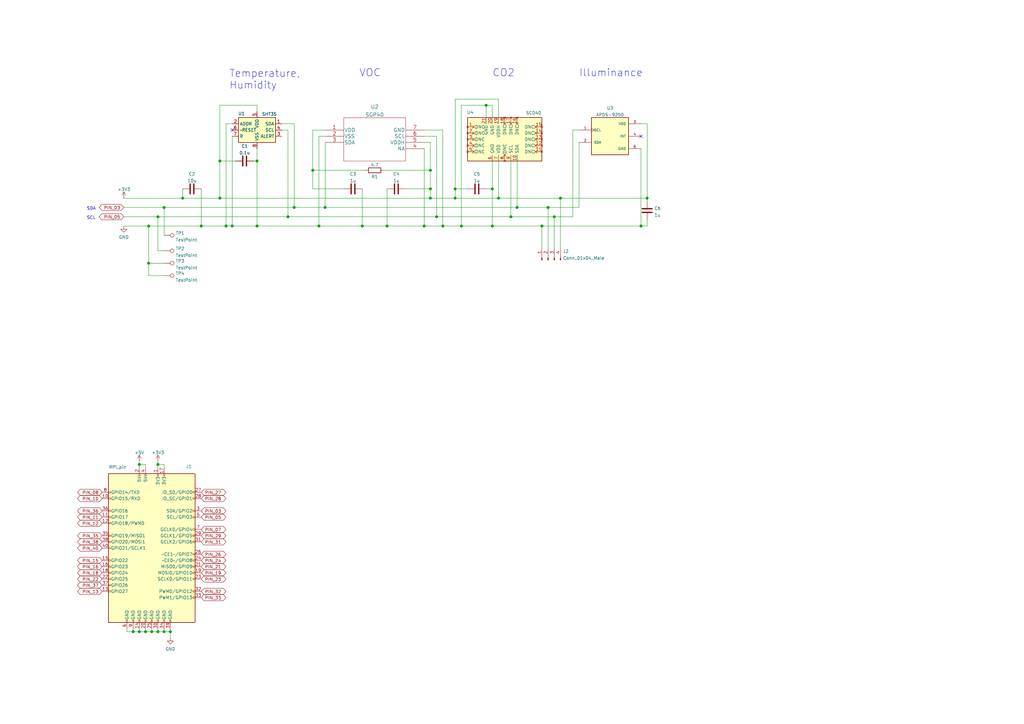
<source format=kicad_sch>
(kicad_sch (version 20210621) (generator eeschema)

  (uuid ddf74685-d3f8-4f9b-b1fb-123f00996b52)

  (paper "A3")

  (lib_symbols
    (symbol "CM4IO:APDS-9250" (pin_names (offset 1.016)) (in_bom yes) (on_board yes)
      (property "Reference" "U" (id 0) (at -7.6454 8.4074 0)
        (effects (font (size 1.27 1.27)) (justify left bottom))
      )
      (property "Value" "APDS-9250" (id 1) (at -7.6454 -10.1854 0)
        (effects (font (size 1.27 1.27)) (justify left bottom))
      )
      (property "Footprint" "SON65P200X200X75-6N" (id 2) (at 0 0 0)
        (effects (font (size 1.27 1.27)) (justify left bottom) hide)
      )
      (property "Datasheet" "" (id 3) (at 0 0 0)
        (effects (font (size 1.27 1.27)) (justify left bottom) hide)
      )
      (property "MANUFACTURER" "BROADCOM LIMITED" (id 4) (at 0 0 0)
        (effects (font (size 1.27 1.27)) (justify left bottom) hide)
      )
      (property "PACKAGE_ID" "35578" (id 5) (at 0 0 0)
        (effects (font (size 1.27 1.27)) (justify left bottom) hide)
      )
      (property "ki_locked" "" (id 6) (at 0 0 0)
        (effects (font (size 1.27 1.27)))
      )
      (symbol "APDS-9250_0_0"
        (rectangle (start -7.62 -7.62) (end 7.62 7.62)
          (stroke (width 0.254)) (fill (type background))
        )
        (pin input clock (at -12.7 2.54 0) (length 5.08)
          (name "SCL" (effects (font (size 1.016 1.016))))
          (number "1" (effects (font (size 1.016 1.016))))
        )
        (pin bidirectional line (at -12.7 -2.54 0) (length 5.08)
          (name "SDA" (effects (font (size 1.016 1.016))))
          (number "2" (effects (font (size 1.016 1.016))))
        )
        (pin power_in line (at 12.7 5.08 180) (length 5.08)
          (name "VDD" (effects (font (size 1.016 1.016))))
          (number "3" (effects (font (size 1.016 1.016))))
        )
        (pin output line (at 12.7 0 180) (length 5.08)
          (name "INT" (effects (font (size 1.016 1.016))))
          (number "4" (effects (font (size 1.016 1.016))))
        )
        (pin power_in line (at 12.7 -5.08 180) (length 5.08)
          (name "GND" (effects (font (size 1.016 1.016))))
          (number "6" (effects (font (size 1.016 1.016))))
        )
      )
    )
    (symbol "CM4IO:RPi_pin" (pin_names (offset 1.016)) (in_bom yes) (on_board yes)
      (property "Reference" "J" (id 0) (at -17.78 31.75 0)
        (effects (font (size 1.27 1.27)) (justify left bottom))
      )
      (property "Value" "RPi_pin" (id 1) (at 10.16 -31.75 0)
        (effects (font (size 1.27 1.27)) (justify left top))
      )
      (property "Footprint" "" (id 2) (at 0 0 0)
        (effects (font (size 1.27 1.27)) hide)
      )
      (property "Datasheet" "https://www.raspberrypi.org/documentation/hardware/raspberrypi/schematics/rpi_SCH_3bplus_1p0_reduced.pdf" (id 3) (at 0 0 0)
        (effects (font (size 1.27 1.27)) hide)
      )
      (property "ki_keywords" "raspberrypi gpio" (id 4) (at 0 0 0)
        (effects (font (size 1.27 1.27)) hide)
      )
      (property "ki_description" "expansion header for Raspberry Pi 2 & 3" (id 5) (at 0 0 0)
        (effects (font (size 1.27 1.27)) hide)
      )
      (property "ki_fp_filters" "PinHeader*2x20*P2.54mm*Vertical* PinSocket*2x20*P2.54mm*Vertical*" (id 6) (at 0 0 0)
        (effects (font (size 1.27 1.27)) hide)
      )
      (symbol "RPi_pin_0_1"
        (rectangle (start -17.78 30.48) (end 17.78 -30.48)
          (stroke (width 0.254)) (fill (type background))
        )
      )
      (symbol "RPi_pin_1_1"
        (rectangle (start -16.891 -17.526) (end -17.78 -18.034)
          (stroke (width 0)) (fill (type none))
        )
        (rectangle (start -16.891 -14.986) (end -17.78 -15.494)
          (stroke (width 0)) (fill (type none))
        )
        (rectangle (start -16.891 -12.446) (end -17.78 -12.954)
          (stroke (width 0)) (fill (type none))
        )
        (rectangle (start -16.891 -9.906) (end -17.78 -10.414)
          (stroke (width 0)) (fill (type none))
        )
        (rectangle (start -16.891 -7.366) (end -17.78 -7.874)
          (stroke (width 0)) (fill (type none))
        )
        (rectangle (start -16.891 -4.826) (end -17.78 -5.334)
          (stroke (width 0)) (fill (type none))
        )
        (rectangle (start -16.891 0.254) (end -17.78 -0.254)
          (stroke (width 0)) (fill (type none))
        )
        (rectangle (start -16.891 2.794) (end -17.78 2.286)
          (stroke (width 0)) (fill (type none))
        )
        (rectangle (start -16.891 5.334) (end -17.78 4.826)
          (stroke (width 0)) (fill (type none))
        )
        (rectangle (start -16.891 10.414) (end -17.78 9.906)
          (stroke (width 0)) (fill (type none))
        )
        (rectangle (start -16.891 12.954) (end -17.78 12.446)
          (stroke (width 0)) (fill (type none))
        )
        (rectangle (start -16.891 15.494) (end -17.78 14.986)
          (stroke (width 0)) (fill (type none))
        )
        (rectangle (start -16.891 20.574) (end -17.78 20.066)
          (stroke (width 0)) (fill (type none))
        )
        (rectangle (start -16.891 23.114) (end -17.78 22.606)
          (stroke (width 0)) (fill (type none))
        )
        (rectangle (start -10.414 -29.591) (end -9.906 -30.48)
          (stroke (width 0)) (fill (type none))
        )
        (rectangle (start -7.874 -29.591) (end -7.366 -30.48)
          (stroke (width 0)) (fill (type none))
        )
        (rectangle (start -5.334 -29.591) (end -4.826 -30.48)
          (stroke (width 0)) (fill (type none))
        )
        (rectangle (start -5.334 30.48) (end -4.826 29.591)
          (stroke (width 0)) (fill (type none))
        )
        (rectangle (start -2.794 -29.591) (end -2.286 -30.48)
          (stroke (width 0)) (fill (type none))
        )
        (rectangle (start -2.794 30.48) (end -2.286 29.591)
          (stroke (width 0)) (fill (type none))
        )
        (rectangle (start -0.254 -29.591) (end 0.254 -30.48)
          (stroke (width 0)) (fill (type none))
        )
        (rectangle (start 2.286 -29.591) (end 2.794 -30.48)
          (stroke (width 0)) (fill (type none))
        )
        (rectangle (start 2.286 30.48) (end 2.794 29.591)
          (stroke (width 0)) (fill (type none))
        )
        (rectangle (start 4.826 -29.591) (end 5.334 -30.48)
          (stroke (width 0)) (fill (type none))
        )
        (rectangle (start 4.826 30.48) (end 5.334 29.591)
          (stroke (width 0)) (fill (type none))
        )
        (rectangle (start 7.366 -29.591) (end 7.874 -30.48)
          (stroke (width 0)) (fill (type none))
        )
        (rectangle (start 17.78 -20.066) (end 16.891 -20.574)
          (stroke (width 0)) (fill (type none))
        )
        (rectangle (start 17.78 -17.526) (end 16.891 -18.034)
          (stroke (width 0)) (fill (type none))
        )
        (rectangle (start 17.78 -12.446) (end 16.891 -12.954)
          (stroke (width 0)) (fill (type none))
        )
        (rectangle (start 17.78 -9.906) (end 16.891 -10.414)
          (stroke (width 0)) (fill (type none))
        )
        (rectangle (start 17.78 -7.366) (end 16.891 -7.874)
          (stroke (width 0)) (fill (type none))
        )
        (rectangle (start 17.78 -4.826) (end 16.891 -5.334)
          (stroke (width 0)) (fill (type none))
        )
        (rectangle (start 17.78 -2.286) (end 16.891 -2.794)
          (stroke (width 0)) (fill (type none))
        )
        (rectangle (start 17.78 2.794) (end 16.891 2.286)
          (stroke (width 0)) (fill (type none))
        )
        (rectangle (start 17.78 5.334) (end 16.891 4.826)
          (stroke (width 0)) (fill (type none))
        )
        (rectangle (start 17.78 7.874) (end 16.891 7.366)
          (stroke (width 0)) (fill (type none))
        )
        (rectangle (start 17.78 12.954) (end 16.891 12.446)
          (stroke (width 0)) (fill (type none))
        )
        (rectangle (start 17.78 15.494) (end 16.891 14.986)
          (stroke (width 0)) (fill (type none))
        )
        (rectangle (start 17.78 20.574) (end 16.891 20.066)
          (stroke (width 0)) (fill (type none))
        )
        (rectangle (start 17.78 23.114) (end 16.891 22.606)
          (stroke (width 0)) (fill (type none))
        )
        (pin power_out line (at 2.54 33.02 270) (length 2.54)
          (name "3V3" (effects (font (size 1.27 1.27))))
          (number "1" (effects (font (size 1.27 1.27))))
        )
        (pin bidirectional line (at -20.32 20.32 0) (length 2.54)
          (name "GPIO15/RXD" (effects (font (size 1.27 1.27))))
          (number "10" (effects (font (size 1.27 1.27))))
        )
        (pin bidirectional line (at -20.32 12.7 0) (length 2.54)
          (name "GPIO17" (effects (font (size 1.27 1.27))))
          (number "11" (effects (font (size 1.27 1.27))))
        )
        (pin bidirectional line (at -20.32 10.16 0) (length 2.54)
          (name "GPIO18/PWM0" (effects (font (size 1.27 1.27))))
          (number "12" (effects (font (size 1.27 1.27))))
        )
        (pin bidirectional line (at -20.32 -17.78 0) (length 2.54)
          (name "GPIO27" (effects (font (size 1.27 1.27))))
          (number "13" (effects (font (size 1.27 1.27))))
        )
        (pin power_in line (at -5.08 -33.02 90) (length 2.54)
          (name "GND" (effects (font (size 1.27 1.27))))
          (number "14" (effects (font (size 1.27 1.27))))
        )
        (pin bidirectional line (at -20.32 -5.08 0) (length 2.54)
          (name "GPIO22" (effects (font (size 1.27 1.27))))
          (number "15" (effects (font (size 1.27 1.27))))
        )
        (pin bidirectional line (at -20.32 -7.62 0) (length 2.54)
          (name "GPIO23" (effects (font (size 1.27 1.27))))
          (number "16" (effects (font (size 1.27 1.27))))
        )
        (pin power_in line (at 5.08 33.02 270) (length 2.54)
          (name "3V3" (effects (font (size 1.27 1.27))))
          (number "17" (effects (font (size 1.27 1.27))))
        )
        (pin bidirectional line (at -20.32 -10.16 0) (length 2.54)
          (name "GPIO24" (effects (font (size 1.27 1.27))))
          (number "18" (effects (font (size 1.27 1.27))))
        )
        (pin bidirectional line (at 20.32 -10.16 180) (length 2.54)
          (name "MOSI0/GPIO10" (effects (font (size 1.27 1.27))))
          (number "19" (effects (font (size 1.27 1.27))))
        )
        (pin power_in line (at -5.08 33.02 270) (length 2.54)
          (name "5V" (effects (font (size 1.27 1.27))))
          (number "2" (effects (font (size 1.27 1.27))))
        )
        (pin power_in line (at -2.54 -33.02 90) (length 2.54)
          (name "GND" (effects (font (size 1.27 1.27))))
          (number "20" (effects (font (size 1.27 1.27))))
        )
        (pin bidirectional line (at 20.32 -7.62 180) (length 2.54)
          (name "MISO0/GPIO9" (effects (font (size 1.27 1.27))))
          (number "21" (effects (font (size 1.27 1.27))))
        )
        (pin bidirectional line (at -20.32 -12.7 0) (length 2.54)
          (name "GPIO25" (effects (font (size 1.27 1.27))))
          (number "22" (effects (font (size 1.27 1.27))))
        )
        (pin bidirectional line (at 20.32 -12.7 180) (length 2.54)
          (name "SCLK0/GPIO11" (effects (font (size 1.27 1.27))))
          (number "23" (effects (font (size 1.27 1.27))))
        )
        (pin bidirectional line (at 20.32 -5.08 180) (length 2.54)
          (name "~CE0~/GPIO8" (effects (font (size 1.27 1.27))))
          (number "24" (effects (font (size 1.27 1.27))))
        )
        (pin power_in line (at 0 -33.02 90) (length 2.54)
          (name "GND" (effects (font (size 1.27 1.27))))
          (number "25" (effects (font (size 1.27 1.27))))
        )
        (pin bidirectional line (at 20.32 -2.54 180) (length 2.54)
          (name "~CE1~/GPIO7" (effects (font (size 1.27 1.27))))
          (number "26" (effects (font (size 1.27 1.27))))
        )
        (pin bidirectional line (at 20.32 22.86 180) (length 2.54)
          (name "ID_SD/GPIO0" (effects (font (size 1.27 1.27))))
          (number "27" (effects (font (size 1.27 1.27))))
        )
        (pin bidirectional line (at 20.32 20.32 180) (length 2.54)
          (name "ID_SC/GPIO1" (effects (font (size 1.27 1.27))))
          (number "28" (effects (font (size 1.27 1.27))))
        )
        (pin bidirectional line (at 20.32 5.08 180) (length 2.54)
          (name "GCLK1/GPIO5" (effects (font (size 1.27 1.27))))
          (number "29" (effects (font (size 1.27 1.27))))
        )
        (pin bidirectional line (at 20.32 15.24 180) (length 2.54)
          (name "SDA/GPIO2" (effects (font (size 1.27 1.27))))
          (number "3" (effects (font (size 1.27 1.27))))
        )
        (pin power_in line (at 2.54 -33.02 90) (length 2.54)
          (name "GND" (effects (font (size 1.27 1.27))))
          (number "30" (effects (font (size 1.27 1.27))))
        )
        (pin bidirectional line (at 20.32 2.54 180) (length 2.54)
          (name "GCLK2/GPIO6" (effects (font (size 1.27 1.27))))
          (number "31" (effects (font (size 1.27 1.27))))
        )
        (pin bidirectional line (at 20.32 -17.78 180) (length 2.54)
          (name "PWM0/GPIO12" (effects (font (size 1.27 1.27))))
          (number "32" (effects (font (size 1.27 1.27))))
        )
        (pin bidirectional line (at 20.32 -20.32 180) (length 2.54)
          (name "PWM1/GPIO13" (effects (font (size 1.27 1.27))))
          (number "33" (effects (font (size 1.27 1.27))))
        )
        (pin power_in line (at 5.08 -33.02 90) (length 2.54)
          (name "GND" (effects (font (size 1.27 1.27))))
          (number "34" (effects (font (size 1.27 1.27))))
        )
        (pin bidirectional line (at -20.32 5.08 0) (length 2.54)
          (name "GPIO19/MISO1" (effects (font (size 1.27 1.27))))
          (number "35" (effects (font (size 1.27 1.27))))
        )
        (pin bidirectional line (at -20.32 15.24 0) (length 2.54)
          (name "GPIO16" (effects (font (size 1.27 1.27))))
          (number "36" (effects (font (size 1.27 1.27))))
        )
        (pin bidirectional line (at -20.32 -15.24 0) (length 2.54)
          (name "GPIO26" (effects (font (size 1.27 1.27))))
          (number "37" (effects (font (size 1.27 1.27))))
        )
        (pin bidirectional line (at -20.32 2.54 0) (length 2.54)
          (name "GPIO20/MOSI1" (effects (font (size 1.27 1.27))))
          (number "38" (effects (font (size 1.27 1.27))))
        )
        (pin power_in line (at 7.62 -33.02 90) (length 2.54)
          (name "GND" (effects (font (size 1.27 1.27))))
          (number "39" (effects (font (size 1.27 1.27))))
        )
        (pin power_in line (at -2.54 33.02 270) (length 2.54)
          (name "5V" (effects (font (size 1.27 1.27))))
          (number "4" (effects (font (size 1.27 1.27))))
        )
        (pin bidirectional line (at -20.32 0 0) (length 2.54)
          (name "GPIO21/SCLK1" (effects (font (size 1.27 1.27))))
          (number "40" (effects (font (size 1.27 1.27))))
        )
        (pin bidirectional line (at 20.32 12.7 180) (length 2.54)
          (name "SCL/GPIO3" (effects (font (size 1.27 1.27))))
          (number "5" (effects (font (size 1.27 1.27))))
        )
        (pin power_in line (at -10.16 -33.02 90) (length 2.54)
          (name "GND" (effects (font (size 1.27 1.27))))
          (number "6" (effects (font (size 1.27 1.27))))
        )
        (pin bidirectional line (at 20.32 7.62 180) (length 2.54)
          (name "GCLK0/GPIO4" (effects (font (size 1.27 1.27))))
          (number "7" (effects (font (size 1.27 1.27))))
        )
        (pin bidirectional line (at -20.32 22.86 0) (length 2.54)
          (name "GPIO14/TXD" (effects (font (size 1.27 1.27))))
          (number "8" (effects (font (size 1.27 1.27))))
        )
        (pin power_in line (at -7.62 -33.02 90) (length 2.54)
          (name "GND" (effects (font (size 1.27 1.27))))
          (number "9" (effects (font (size 1.27 1.27))))
        )
      )
    )
    (symbol "CM4IO:SCD4x" (in_bom yes) (on_board yes)
      (property "Reference" "U" (id 0) (at -12.7 10.16 0)
        (effects (font (size 1.27 1.27)))
      )
      (property "Value" "SCD4x" (id 1) (at 11.43 10.16 0)
        (effects (font (size 1.27 1.27)))
      )
      (property "Footprint" "" (id 2) (at 10.16 10.16 0)
        (effects (font (size 1.27 1.27)) hide)
      )
      (property "Datasheet" "" (id 3) (at 10.16 10.16 0)
        (effects (font (size 1.27 1.27)) hide)
      )
      (symbol "SCD4x_0_1"
        (rectangle (start -15.24 8.89) (end 15.24 -8.89)
          (stroke (width 0.254)) (fill (type background))
        )
      )
      (symbol "SCD4x_1_1"
        (pin no_connect non_logic (at -15.24 5.08 0) (length 2.54)
          (name "DNC" (effects (font (size 1.27 1.27))))
          (number "1" (effects (font (size 1.27 1.27))))
        )
        (pin bidirectional line (at 5.08 -8.89 90) (length 2.54)
          (name "SDA" (effects (font (size 1.27 1.27))))
          (number "10" (effects (font (size 1.27 1.27))))
        )
        (pin no_connect non_logic (at 15.24 -5.08 180) (length 2.54)
          (name "DNC" (effects (font (size 1.27 1.27))))
          (number "11" (effects (font (size 1.27 1.27))))
        )
        (pin no_connect non_logic (at 15.24 -2.54 180) (length 2.54)
          (name "DNC" (effects (font (size 1.27 1.27))))
          (number "12" (effects (font (size 1.27 1.27))))
        )
        (pin no_connect non_logic (at 15.24 0 180) (length 2.54)
          (name "DNC" (effects (font (size 1.27 1.27))))
          (number "13" (effects (font (size 1.27 1.27))))
        )
        (pin no_connect non_logic (at 15.24 2.54 180) (length 2.54)
          (name "DNC" (effects (font (size 1.27 1.27))))
          (number "14" (effects (font (size 1.27 1.27))))
        )
        (pin no_connect non_logic (at 15.24 5.08 180) (length 2.54)
          (name "DNC" (effects (font (size 1.27 1.27))))
          (number "15" (effects (font (size 1.27 1.27))))
        )
        (pin no_connect non_logic (at 5.08 8.89 270) (length 2.54)
          (name "DNC" (effects (font (size 1.27 1.27))))
          (number "16" (effects (font (size 1.27 1.27))))
        )
        (pin no_connect non_logic (at 2.54 8.89 270) (length 2.54)
          (name "DNC" (effects (font (size 1.27 1.27))))
          (number "17" (effects (font (size 1.27 1.27))))
        )
        (pin no_connect non_logic (at 0 8.89 270) (length 2.54)
          (name "DNC" (effects (font (size 1.27 1.27))))
          (number "18" (effects (font (size 1.27 1.27))))
        )
        (pin power_in line (at -2.54 8.89 270) (length 2.54)
          (name "VDDH" (effects (font (size 1.27 1.27))))
          (number "19" (effects (font (size 1.27 1.27))))
        )
        (pin no_connect non_logic (at -15.24 2.54 0) (length 2.54)
          (name "DNC" (effects (font (size 1.27 1.27))))
          (number "2" (effects (font (size 1.27 1.27))))
        )
        (pin power_in line (at -5.08 8.89 270) (length 2.54)
          (name "GND" (effects (font (size 1.27 1.27))))
          (number "20" (effects (font (size 1.27 1.27))))
        )
        (pin power_in line (at -7.62 8.89 270) (length 2.54)
          (name "GND" (effects (font (size 1.27 1.27))))
          (number "21" (effects (font (size 1.27 1.27))))
        )
        (pin no_connect non_logic (at -15.24 0 0) (length 2.54)
          (name "DNC" (effects (font (size 1.27 1.27))))
          (number "3" (effects (font (size 1.27 1.27))))
        )
        (pin no_connect non_logic (at -15.24 -2.54 0) (length 2.54)
          (name "DNC" (effects (font (size 1.27 1.27))))
          (number "4" (effects (font (size 1.27 1.27))))
        )
        (pin no_connect non_logic (at -15.24 -5.08 0) (length 2.54)
          (name "DNC" (effects (font (size 1.27 1.27))))
          (number "5" (effects (font (size 1.27 1.27))))
        )
        (pin power_in line (at -5.08 -8.89 90) (length 2.54)
          (name "GND" (effects (font (size 1.27 1.27))))
          (number "6" (effects (font (size 1.27 1.27))))
        )
        (pin power_in line (at -2.54 -8.89 90) (length 2.54)
          (name "VDD" (effects (font (size 1.27 1.27))))
          (number "7" (effects (font (size 1.27 1.27))))
        )
        (pin no_connect non_logic (at 0 -8.89 90) (length 2.54)
          (name "DNC" (effects (font (size 1.27 1.27))))
          (number "8" (effects (font (size 1.27 1.27))))
        )
        (pin input line (at 2.54 -8.89 90) (length 2.54)
          (name "SCL" (effects (font (size 1.27 1.27))))
          (number "9" (effects (font (size 1.27 1.27))))
        )
      )
    )
    (symbol "CM4IO:SGP40-D-R4" (pin_names (offset 0.254)) (in_bom yes) (on_board yes)
      (property "Reference" "U" (id 0) (at 20.32 10.16 0)
        (effects (font (size 1.524 1.524)))
      )
      (property "Value" "SGP40-D-R4" (id 1) (at 20.32 7.62 0)
        (effects (font (size 1.524 1.524)))
      )
      (property "Footprint" "SGP40_SEN" (id 2) (at 20.32 6.096 0)
        (effects (font (size 1.524 1.524)) hide)
      )
      (property "Datasheet" "" (id 3) (at 0 0 0)
        (effects (font (size 1.524 1.524)))
      )
      (property "ki_locked" "" (id 4) (at 0 0 0)
        (effects (font (size 1.27 1.27)))
      )
      (property "ki_fp_filters" "SGP40_SEN SGP40_SEN-M SGP40_SEN-L" (id 5) (at 0 0 0)
        (effects (font (size 1.27 1.27)) hide)
      )
      (symbol "SGP40-D-R4_1_1"
        (polyline
          (pts
            (xy 7.62 -12.7)
            (xy 33.02 -12.7)
          )
          (stroke (width 0.127)) (fill (type none))
        )
        (polyline
          (pts
            (xy 7.62 5.08)
            (xy 7.62 -12.7)
          )
          (stroke (width 0.127)) (fill (type none))
        )
        (polyline
          (pts
            (xy 33.02 -12.7)
            (xy 33.02 5.08)
          )
          (stroke (width 0.127)) (fill (type none))
        )
        (polyline
          (pts
            (xy 33.02 5.08)
            (xy 7.62 5.08)
          )
          (stroke (width 0.127)) (fill (type none))
        )
        (pin power_in line (at 0 0 0) (length 7.62)
          (name "VDD" (effects (font (size 1.4986 1.4986))))
          (number "1" (effects (font (size 1.4986 1.4986))))
        )
        (pin power_in line (at 0 -2.54 0) (length 7.62)
          (name "VSS" (effects (font (size 1.4986 1.4986))))
          (number "2" (effects (font (size 1.4986 1.4986))))
        )
        (pin bidirectional line (at 0 -5.08 0) (length 7.62)
          (name "SDA" (effects (font (size 1.4986 1.4986))))
          (number "3" (effects (font (size 1.4986 1.4986))))
        )
        (pin power_in line (at 40.64 -7.62 180) (length 7.62)
          (name "NA" (effects (font (size 1.4986 1.4986))))
          (number "4" (effects (font (size 1.4986 1.4986))))
        )
        (pin power_in line (at 40.64 -5.08 180) (length 7.62)
          (name "VDDH" (effects (font (size 1.4986 1.4986))))
          (number "5" (effects (font (size 1.4986 1.4986))))
        )
        (pin bidirectional line (at 40.64 -2.54 180) (length 7.62)
          (name "SCL" (effects (font (size 1.4986 1.4986))))
          (number "6" (effects (font (size 1.4986 1.4986))))
        )
        (pin power_in line (at 40.64 0 180) (length 7.62)
          (name "GND" (effects (font (size 1.4986 1.4986))))
          (number "7" (effects (font (size 1.4986 1.4986))))
        )
      )
    )
    (symbol "Connector:Conn_01x04_Male" (pin_names (offset 1.016) hide) (in_bom yes) (on_board yes)
      (property "Reference" "J" (id 0) (at 0 5.08 0)
        (effects (font (size 1.27 1.27)))
      )
      (property "Value" "Conn_01x04_Male" (id 1) (at 0 -7.62 0)
        (effects (font (size 1.27 1.27)))
      )
      (property "Footprint" "" (id 2) (at 0 0 0)
        (effects (font (size 1.27 1.27)) hide)
      )
      (property "Datasheet" "~" (id 3) (at 0 0 0)
        (effects (font (size 1.27 1.27)) hide)
      )
      (property "ki_keywords" "connector" (id 4) (at 0 0 0)
        (effects (font (size 1.27 1.27)) hide)
      )
      (property "ki_description" "Generic connector, single row, 01x04, script generated (kicad-library-utils/schlib/autogen/connector/)" (id 5) (at 0 0 0)
        (effects (font (size 1.27 1.27)) hide)
      )
      (property "ki_fp_filters" "Connector*:*_1x??_*" (id 6) (at 0 0 0)
        (effects (font (size 1.27 1.27)) hide)
      )
      (symbol "Conn_01x04_Male_1_1"
        (rectangle (start 0.8636 -4.953) (end 0 -5.207)
          (stroke (width 0.1524)) (fill (type outline))
        )
        (rectangle (start 0.8636 -2.413) (end 0 -2.667)
          (stroke (width 0.1524)) (fill (type outline))
        )
        (rectangle (start 0.8636 0.127) (end 0 -0.127)
          (stroke (width 0.1524)) (fill (type outline))
        )
        (rectangle (start 0.8636 2.667) (end 0 2.413)
          (stroke (width 0.1524)) (fill (type outline))
        )
        (polyline
          (pts
            (xy 1.27 -5.08)
            (xy 0.8636 -5.08)
          )
          (stroke (width 0.1524)) (fill (type none))
        )
        (polyline
          (pts
            (xy 1.27 -2.54)
            (xy 0.8636 -2.54)
          )
          (stroke (width 0.1524)) (fill (type none))
        )
        (polyline
          (pts
            (xy 1.27 0)
            (xy 0.8636 0)
          )
          (stroke (width 0.1524)) (fill (type none))
        )
        (polyline
          (pts
            (xy 1.27 2.54)
            (xy 0.8636 2.54)
          )
          (stroke (width 0.1524)) (fill (type none))
        )
        (pin passive line (at 5.08 2.54 180) (length 3.81)
          (name "Pin_1" (effects (font (size 1.27 1.27))))
          (number "1" (effects (font (size 1.27 1.27))))
        )
        (pin passive line (at 5.08 0 180) (length 3.81)
          (name "Pin_2" (effects (font (size 1.27 1.27))))
          (number "2" (effects (font (size 1.27 1.27))))
        )
        (pin passive line (at 5.08 -2.54 180) (length 3.81)
          (name "Pin_3" (effects (font (size 1.27 1.27))))
          (number "3" (effects (font (size 1.27 1.27))))
        )
        (pin passive line (at 5.08 -5.08 180) (length 3.81)
          (name "Pin_4" (effects (font (size 1.27 1.27))))
          (number "4" (effects (font (size 1.27 1.27))))
        )
      )
    )
    (symbol "Connector:TestPoint" (pin_numbers hide) (pin_names (offset 0.762) hide) (in_bom yes) (on_board yes)
      (property "Reference" "TP" (id 0) (at 0 6.858 0)
        (effects (font (size 1.27 1.27)))
      )
      (property "Value" "TestPoint" (id 1) (at 0 5.08 0)
        (effects (font (size 1.27 1.27)))
      )
      (property "Footprint" "" (id 2) (at 5.08 0 0)
        (effects (font (size 1.27 1.27)) hide)
      )
      (property "Datasheet" "~" (id 3) (at 5.08 0 0)
        (effects (font (size 1.27 1.27)) hide)
      )
      (property "ki_keywords" "test point tp" (id 4) (at 0 0 0)
        (effects (font (size 1.27 1.27)) hide)
      )
      (property "ki_description" "test point" (id 5) (at 0 0 0)
        (effects (font (size 1.27 1.27)) hide)
      )
      (property "ki_fp_filters" "Pin* Test*" (id 6) (at 0 0 0)
        (effects (font (size 1.27 1.27)) hide)
      )
      (symbol "TestPoint_0_1"
        (circle (center 0 3.302) (radius 0.762) (stroke (width 0)) (fill (type none)))
      )
      (symbol "TestPoint_1_1"
        (pin passive line (at 0 0 90) (length 2.54)
          (name "1" (effects (font (size 1.27 1.27))))
          (number "1" (effects (font (size 1.27 1.27))))
        )
      )
    )
    (symbol "Device:C" (pin_numbers hide) (pin_names (offset 0.254)) (in_bom yes) (on_board yes)
      (property "Reference" "C" (id 0) (at 0.635 2.54 0)
        (effects (font (size 1.27 1.27)) (justify left))
      )
      (property "Value" "C" (id 1) (at 0.635 -2.54 0)
        (effects (font (size 1.27 1.27)) (justify left))
      )
      (property "Footprint" "" (id 2) (at 0.9652 -3.81 0)
        (effects (font (size 1.27 1.27)) hide)
      )
      (property "Datasheet" "~" (id 3) (at 0 0 0)
        (effects (font (size 1.27 1.27)) hide)
      )
      (property "ki_keywords" "cap capacitor" (id 4) (at 0 0 0)
        (effects (font (size 1.27 1.27)) hide)
      )
      (property "ki_description" "Unpolarized capacitor" (id 5) (at 0 0 0)
        (effects (font (size 1.27 1.27)) hide)
      )
      (property "ki_fp_filters" "C_*" (id 6) (at 0 0 0)
        (effects (font (size 1.27 1.27)) hide)
      )
      (symbol "C_0_1"
        (polyline
          (pts
            (xy -2.032 -0.762)
            (xy 2.032 -0.762)
          )
          (stroke (width 0.508)) (fill (type none))
        )
        (polyline
          (pts
            (xy -2.032 0.762)
            (xy 2.032 0.762)
          )
          (stroke (width 0.508)) (fill (type none))
        )
      )
      (symbol "C_1_1"
        (pin passive line (at 0 3.81 270) (length 2.794)
          (name "~" (effects (font (size 1.27 1.27))))
          (number "1" (effects (font (size 1.27 1.27))))
        )
        (pin passive line (at 0 -3.81 90) (length 2.794)
          (name "~" (effects (font (size 1.27 1.27))))
          (number "2" (effects (font (size 1.27 1.27))))
        )
      )
    )
    (symbol "Device:R" (pin_numbers hide) (pin_names (offset 0)) (in_bom yes) (on_board yes)
      (property "Reference" "R" (id 0) (at 2.032 0 90)
        (effects (font (size 1.27 1.27)))
      )
      (property "Value" "R" (id 1) (at 0 0 90)
        (effects (font (size 1.27 1.27)))
      )
      (property "Footprint" "" (id 2) (at -1.778 0 90)
        (effects (font (size 1.27 1.27)) hide)
      )
      (property "Datasheet" "~" (id 3) (at 0 0 0)
        (effects (font (size 1.27 1.27)) hide)
      )
      (property "ki_keywords" "R res resistor" (id 4) (at 0 0 0)
        (effects (font (size 1.27 1.27)) hide)
      )
      (property "ki_description" "Resistor" (id 5) (at 0 0 0)
        (effects (font (size 1.27 1.27)) hide)
      )
      (property "ki_fp_filters" "R_*" (id 6) (at 0 0 0)
        (effects (font (size 1.27 1.27)) hide)
      )
      (symbol "R_0_1"
        (rectangle (start -1.016 -2.54) (end 1.016 2.54)
          (stroke (width 0.254)) (fill (type none))
        )
      )
      (symbol "R_1_1"
        (pin passive line (at 0 3.81 270) (length 1.27)
          (name "~" (effects (font (size 1.27 1.27))))
          (number "1" (effects (font (size 1.27 1.27))))
        )
        (pin passive line (at 0 -3.81 90) (length 1.27)
          (name "~" (effects (font (size 1.27 1.27))))
          (number "2" (effects (font (size 1.27 1.27))))
        )
      )
    )
    (symbol "Sensor_Humidity:SHT30-DIS" (in_bom yes) (on_board yes)
      (property "Reference" "U" (id 0) (at -6.35 6.35 0)
        (effects (font (size 1.27 1.27)))
      )
      (property "Value" "SHT30-DIS" (id 1) (at 6.35 6.35 0)
        (effects (font (size 1.27 1.27)))
      )
      (property "Footprint" "Sensor_Humidity:Sensirion_DFN-8-1EP_2.5x2.5mm_P0.5mm_EP1.1x1.7mm" (id 2) (at 0 1.27 0)
        (effects (font (size 1.27 1.27)) hide)
      )
      (property "Datasheet" "https://www.sensirion.com/fileadmin/user_upload/customers/sensirion/Dokumente/2_Humidity_Sensors/Datasheets/Sensirion_Humidity_Sensors_SHT3x_Datasheet_digital.pdf" (id 3) (at 0 1.27 0)
        (effects (font (size 1.27 1.27)) hide)
      )
      (property "ki_keywords" "digital temperature humidity i2c" (id 4) (at 0 0 0)
        (effects (font (size 1.27 1.27)) hide)
      )
      (property "ki_description" "I²C humidity and temperature sensor, ±2%RH, ±0.2°C, DFN-8" (id 5) (at 0 0 0)
        (effects (font (size 1.27 1.27)) hide)
      )
      (property "ki_fp_filters" "Sensirion*DFN*1EP*2.5x2.5mm*P0.5mm*" (id 6) (at 0 0 0)
        (effects (font (size 1.27 1.27)) hide)
      )
      (symbol "SHT30-DIS_0_1"
        (rectangle (start -7.62 5.08) (end 7.62 -5.08)
          (stroke (width 0.254)) (fill (type background))
        )
      )
      (symbol "SHT30-DIS_1_1"
        (pin bidirectional line (at 10.16 2.54 180) (length 2.54)
          (name "SDA" (effects (font (size 1.27 1.27))))
          (number "1" (effects (font (size 1.27 1.27))))
        )
        (pin input line (at -10.16 2.54 0) (length 2.54)
          (name "ADDR" (effects (font (size 1.27 1.27))))
          (number "2" (effects (font (size 1.27 1.27))))
        )
        (pin output line (at 10.16 -2.54 180) (length 2.54)
          (name "ALERT" (effects (font (size 1.27 1.27))))
          (number "3" (effects (font (size 1.27 1.27))))
        )
        (pin input line (at 10.16 0 180) (length 2.54)
          (name "SCL" (effects (font (size 1.27 1.27))))
          (number "4" (effects (font (size 1.27 1.27))))
        )
        (pin power_in line (at 0 7.62 270) (length 2.54)
          (name "VDD" (effects (font (size 1.27 1.27))))
          (number "5" (effects (font (size 1.27 1.27))))
        )
        (pin input line (at -10.16 0 0) (length 2.54)
          (name "~RESET" (effects (font (size 1.27 1.27))))
          (number "6" (effects (font (size 1.27 1.27))))
        )
        (pin passive line (at -10.16 -2.54 0) (length 2.54)
          (name "R" (effects (font (size 1.27 1.27))))
          (number "7" (effects (font (size 1.27 1.27))))
        )
        (pin power_in line (at 0 -7.62 90) (length 2.54)
          (name "VSS" (effects (font (size 1.27 1.27))))
          (number "8" (effects (font (size 1.27 1.27))))
        )
        (pin passive line (at 0 -7.62 90) (length 2.54) hide
          (name "VSS" (effects (font (size 1.27 1.27))))
          (number "9" (effects (font (size 1.27 1.27))))
        )
      )
    )
    (symbol "power:+3.3V" (power) (pin_names (offset 0)) (in_bom yes) (on_board yes)
      (property "Reference" "#PWR" (id 0) (at 0 -3.81 0)
        (effects (font (size 1.27 1.27)) hide)
      )
      (property "Value" "+3.3V" (id 1) (at 0 3.556 0)
        (effects (font (size 1.27 1.27)))
      )
      (property "Footprint" "" (id 2) (at 0 0 0)
        (effects (font (size 1.27 1.27)) hide)
      )
      (property "Datasheet" "" (id 3) (at 0 0 0)
        (effects (font (size 1.27 1.27)) hide)
      )
      (property "ki_keywords" "power-flag" (id 4) (at 0 0 0)
        (effects (font (size 1.27 1.27)) hide)
      )
      (property "ki_description" "Power symbol creates a global label with name \"+3.3V\"" (id 5) (at 0 0 0)
        (effects (font (size 1.27 1.27)) hide)
      )
      (symbol "+3.3V_0_1"
        (polyline
          (pts
            (xy -0.762 1.27)
            (xy 0 2.54)
          )
          (stroke (width 0)) (fill (type none))
        )
        (polyline
          (pts
            (xy 0 0)
            (xy 0 2.54)
          )
          (stroke (width 0)) (fill (type none))
        )
        (polyline
          (pts
            (xy 0 2.54)
            (xy 0.762 1.27)
          )
          (stroke (width 0)) (fill (type none))
        )
      )
      (symbol "+3.3V_1_1"
        (pin power_in line (at 0 0 90) (length 0) hide
          (name "+3V3" (effects (font (size 1.27 1.27))))
          (number "1" (effects (font (size 1.27 1.27))))
        )
      )
    )
    (symbol "power:+5V" (power) (pin_names (offset 0)) (in_bom yes) (on_board yes)
      (property "Reference" "#PWR" (id 0) (at 0 -3.81 0)
        (effects (font (size 1.27 1.27)) hide)
      )
      (property "Value" "+5V" (id 1) (at 0 3.556 0)
        (effects (font (size 1.27 1.27)))
      )
      (property "Footprint" "" (id 2) (at 0 0 0)
        (effects (font (size 1.27 1.27)) hide)
      )
      (property "Datasheet" "" (id 3) (at 0 0 0)
        (effects (font (size 1.27 1.27)) hide)
      )
      (property "ki_keywords" "power-flag" (id 4) (at 0 0 0)
        (effects (font (size 1.27 1.27)) hide)
      )
      (property "ki_description" "Power symbol creates a global label with name \"+5V\"" (id 5) (at 0 0 0)
        (effects (font (size 1.27 1.27)) hide)
      )
      (symbol "+5V_0_1"
        (polyline
          (pts
            (xy -0.762 1.27)
            (xy 0 2.54)
          )
          (stroke (width 0)) (fill (type none))
        )
        (polyline
          (pts
            (xy 0 0)
            (xy 0 2.54)
          )
          (stroke (width 0)) (fill (type none))
        )
        (polyline
          (pts
            (xy 0 2.54)
            (xy 0.762 1.27)
          )
          (stroke (width 0)) (fill (type none))
        )
      )
      (symbol "+5V_1_1"
        (pin power_in line (at 0 0 90) (length 0) hide
          (name "+5V" (effects (font (size 1.27 1.27))))
          (number "1" (effects (font (size 1.27 1.27))))
        )
      )
    )
    (symbol "power:GND" (power) (pin_names (offset 0)) (in_bom yes) (on_board yes)
      (property "Reference" "#PWR" (id 0) (at 0 -6.35 0)
        (effects (font (size 1.27 1.27)) hide)
      )
      (property "Value" "GND" (id 1) (at 0 -3.81 0)
        (effects (font (size 1.27 1.27)))
      )
      (property "Footprint" "" (id 2) (at 0 0 0)
        (effects (font (size 1.27 1.27)) hide)
      )
      (property "Datasheet" "" (id 3) (at 0 0 0)
        (effects (font (size 1.27 1.27)) hide)
      )
      (property "ki_keywords" "power-flag" (id 4) (at 0 0 0)
        (effects (font (size 1.27 1.27)) hide)
      )
      (property "ki_description" "Power symbol creates a global label with name \"GND\" , ground" (id 5) (at 0 0 0)
        (effects (font (size 1.27 1.27)) hide)
      )
      (symbol "GND_0_1"
        (polyline
          (pts
            (xy 0 0)
            (xy 0 -1.27)
            (xy 1.27 -1.27)
            (xy 0 -2.54)
            (xy -1.27 -1.27)
            (xy 0 -1.27)
          )
          (stroke (width 0)) (fill (type none))
        )
      )
      (symbol "GND_1_1"
        (pin power_in line (at 0 0 270) (length 0) hide
          (name "GND" (effects (font (size 1.27 1.27))))
          (number "1" (effects (font (size 1.27 1.27))))
        )
      )
    )
  )

  (junction (at 54.61 259.08) (diameter 1.016) (color 0 0 0 0))
  (junction (at 57.15 190.5) (diameter 1.016) (color 0 0 0 0))
  (junction (at 57.15 259.08) (diameter 1.016) (color 0 0 0 0))
  (junction (at 59.69 259.08) (diameter 1.016) (color 0 0 0 0))
  (junction (at 60.96 92.71) (diameter 1.016) (color 0 0 0 0))
  (junction (at 60.96 107.95) (diameter 1.016) (color 0 0 0 0))
  (junction (at 62.23 259.08) (diameter 1.016) (color 0 0 0 0))
  (junction (at 64.77 88.9) (diameter 1.016) (color 0 0 0 0))
  (junction (at 64.77 190.5) (diameter 1.016) (color 0 0 0 0))
  (junction (at 64.77 259.08) (diameter 1.016) (color 0 0 0 0))
  (junction (at 67.31 85.09) (diameter 1.016) (color 0 0 0 0))
  (junction (at 67.31 259.08) (diameter 1.016) (color 0 0 0 0))
  (junction (at 69.85 259.08) (diameter 1.016) (color 0 0 0 0))
  (junction (at 74.93 81.28) (diameter 1.016) (color 0 0 0 0))
  (junction (at 82.55 92.71) (diameter 1.016) (color 0 0 0 0))
  (junction (at 90.17 66.04) (diameter 1.016) (color 0 0 0 0))
  (junction (at 90.17 81.28) (diameter 1.016) (color 0 0 0 0))
  (junction (at 92.71 92.71) (diameter 1.016) (color 0 0 0 0))
  (junction (at 95.25 92.71) (diameter 1.016) (color 0 0 0 0))
  (junction (at 105.41 66.04) (diameter 1.016) (color 0 0 0 0))
  (junction (at 105.41 92.71) (diameter 1.016) (color 0 0 0 0))
  (junction (at 118.11 88.9) (diameter 1.016) (color 0 0 0 0))
  (junction (at 120.65 85.09) (diameter 1.016) (color 0 0 0 0))
  (junction (at 128.27 69.85) (diameter 1.016) (color 0 0 0 0))
  (junction (at 130.81 92.71) (diameter 1.016) (color 0 0 0 0))
  (junction (at 133.35 85.09) (diameter 1.016) (color 0 0 0 0))
  (junction (at 148.59 92.71) (diameter 1.016) (color 0 0 0 0))
  (junction (at 158.75 92.71) (diameter 1.016) (color 0 0 0 0))
  (junction (at 173.99 92.71) (diameter 1.016) (color 0 0 0 0))
  (junction (at 176.53 69.85) (diameter 1.016) (color 0 0 0 0))
  (junction (at 176.53 77.47) (diameter 1.016) (color 0 0 0 0))
  (junction (at 176.53 81.28) (diameter 1.016) (color 0 0 0 0))
  (junction (at 179.07 88.9) (diameter 1.016) (color 0 0 0 0))
  (junction (at 181.61 92.71) (diameter 1.016) (color 0 0 0 0))
  (junction (at 186.69 77.47) (diameter 1.016) (color 0 0 0 0))
  (junction (at 186.69 81.28) (diameter 1.016) (color 0 0 0 0))
  (junction (at 189.23 92.71) (diameter 1.016) (color 0 0 0 0))
  (junction (at 199.39 43.18) (diameter 1.016) (color 0 0 0 0))
  (junction (at 201.93 77.47) (diameter 1.016) (color 0 0 0 0))
  (junction (at 201.93 92.71) (diameter 1.016) (color 0 0 0 0))
  (junction (at 204.47 81.28) (diameter 1.016) (color 0 0 0 0))
  (junction (at 209.55 88.9) (diameter 1.016) (color 0 0 0 0))
  (junction (at 212.09 85.09) (diameter 1.016) (color 0 0 0 0))
  (junction (at 222.25 92.71) (diameter 1.016) (color 0 0 0 0))
  (junction (at 224.79 85.09) (diameter 1.016) (color 0 0 0 0))
  (junction (at 227.33 88.9) (diameter 1.016) (color 0 0 0 0))
  (junction (at 229.87 81.28) (diameter 1.016) (color 0 0 0 0))
  (junction (at 262.89 92.71) (diameter 1.016) (color 0 0 0 0))
  (junction (at 265.43 81.28) (diameter 1.016) (color 0 0 0 0))

  (no_connect (at 95.25 53.34) (uuid 83b1cd18-b7af-49f4-afb2-b52840697e7f))
  (no_connect (at 262.89 55.88) (uuid 4eeee80b-48aa-42bb-822d-aa0818dc275f))

  (wire (pts (xy 50.8 81.28) (xy 74.93 81.28))
    (stroke (width 0) (type solid) (color 0 0 0 0))
    (uuid 9cd38754-11f4-40eb-ab86-839bf2463b68)
  )
  (wire (pts (xy 50.8 85.09) (xy 67.31 85.09))
    (stroke (width 0) (type solid) (color 0 0 0 0))
    (uuid 17b69a7c-173d-4245-9cff-e162658a1364)
  )
  (wire (pts (xy 50.8 88.9) (xy 64.77 88.9))
    (stroke (width 0) (type solid) (color 0 0 0 0))
    (uuid 57dbb15c-9e45-472a-a2da-ac624e0ff377)
  )
  (wire (pts (xy 50.8 92.71) (xy 60.96 92.71))
    (stroke (width 0) (type solid) (color 0 0 0 0))
    (uuid 001782f9-3910-4fe7-a0bc-cbb9426e260f)
  )
  (wire (pts (xy 52.07 259.08) (xy 52.07 257.81))
    (stroke (width 0) (type solid) (color 0 0 0 0))
    (uuid 2fd1ff90-fa2d-48af-bda8-de26bfbcfd9e)
  )
  (wire (pts (xy 54.61 257.81) (xy 54.61 259.08))
    (stroke (width 0) (type solid) (color 0 0 0 0))
    (uuid 6b3b611e-b451-4cf3-bdaa-fe51b7197641)
  )
  (wire (pts (xy 54.61 259.08) (xy 52.07 259.08))
    (stroke (width 0) (type solid) (color 0 0 0 0))
    (uuid 2fd1ff90-fa2d-48af-bda8-de26bfbcfd9e)
  )
  (wire (pts (xy 57.15 189.23) (xy 57.15 190.5))
    (stroke (width 0) (type solid) (color 0 0 0 0))
    (uuid 43c8bba1-6865-48d9-a598-a6561bf3717d)
  )
  (wire (pts (xy 57.15 190.5) (xy 57.15 191.77))
    (stroke (width 0) (type solid) (color 0 0 0 0))
    (uuid 43c8bba1-6865-48d9-a598-a6561bf3717d)
  )
  (wire (pts (xy 57.15 257.81) (xy 57.15 259.08))
    (stroke (width 0) (type solid) (color 0 0 0 0))
    (uuid 4d74b711-bfdd-4733-8451-23c4a547e9c7)
  )
  (wire (pts (xy 57.15 259.08) (xy 54.61 259.08))
    (stroke (width 0) (type solid) (color 0 0 0 0))
    (uuid 2fd1ff90-fa2d-48af-bda8-de26bfbcfd9e)
  )
  (wire (pts (xy 59.69 190.5) (xy 57.15 190.5))
    (stroke (width 0) (type solid) (color 0 0 0 0))
    (uuid 0a19c95d-4548-4711-a4d7-487d56e0c725)
  )
  (wire (pts (xy 59.69 191.77) (xy 59.69 190.5))
    (stroke (width 0) (type solid) (color 0 0 0 0))
    (uuid 0a19c95d-4548-4711-a4d7-487d56e0c725)
  )
  (wire (pts (xy 59.69 257.81) (xy 59.69 259.08))
    (stroke (width 0) (type solid) (color 0 0 0 0))
    (uuid ac0e008f-adb2-40b2-b47f-49b5c73917f1)
  )
  (wire (pts (xy 59.69 259.08) (xy 57.15 259.08))
    (stroke (width 0) (type solid) (color 0 0 0 0))
    (uuid 2fd1ff90-fa2d-48af-bda8-de26bfbcfd9e)
  )
  (wire (pts (xy 60.96 92.71) (xy 60.96 107.95))
    (stroke (width 0) (type solid) (color 0 0 0 0))
    (uuid 4d457476-626e-4fab-9198-bb0b59c7a105)
  )
  (wire (pts (xy 60.96 92.71) (xy 82.55 92.71))
    (stroke (width 0) (type solid) (color 0 0 0 0))
    (uuid 001782f9-3910-4fe7-a0bc-cbb9426e260f)
  )
  (wire (pts (xy 60.96 107.95) (xy 60.96 113.03))
    (stroke (width 0) (type solid) (color 0 0 0 0))
    (uuid 4d457476-626e-4fab-9198-bb0b59c7a105)
  )
  (wire (pts (xy 60.96 113.03) (xy 67.31 113.03))
    (stroke (width 0) (type solid) (color 0 0 0 0))
    (uuid 4d457476-626e-4fab-9198-bb0b59c7a105)
  )
  (wire (pts (xy 62.23 257.81) (xy 62.23 259.08))
    (stroke (width 0) (type solid) (color 0 0 0 0))
    (uuid b0a3fe6b-74a8-4fea-a131-cc6a1f76aed3)
  )
  (wire (pts (xy 62.23 259.08) (xy 59.69 259.08))
    (stroke (width 0) (type solid) (color 0 0 0 0))
    (uuid 2fd1ff90-fa2d-48af-bda8-de26bfbcfd9e)
  )
  (wire (pts (xy 64.77 88.9) (xy 118.11 88.9))
    (stroke (width 0) (type solid) (color 0 0 0 0))
    (uuid 2cd28460-a985-496e-9e42-ae406d07b4e8)
  )
  (wire (pts (xy 64.77 102.87) (xy 64.77 88.9))
    (stroke (width 0) (type solid) (color 0 0 0 0))
    (uuid bdc243bd-5d94-4669-b918-14bcd969e2ab)
  )
  (wire (pts (xy 64.77 189.23) (xy 64.77 190.5))
    (stroke (width 0) (type solid) (color 0 0 0 0))
    (uuid 2f6ed981-1d73-461a-82c0-6817b5f7f594)
  )
  (wire (pts (xy 64.77 190.5) (xy 64.77 191.77))
    (stroke (width 0) (type solid) (color 0 0 0 0))
    (uuid 2f6ed981-1d73-461a-82c0-6817b5f7f594)
  )
  (wire (pts (xy 64.77 190.5) (xy 67.31 190.5))
    (stroke (width 0) (type solid) (color 0 0 0 0))
    (uuid 30745724-c8e1-4b72-bea5-f7b1df4e6a4b)
  )
  (wire (pts (xy 64.77 257.81) (xy 64.77 259.08))
    (stroke (width 0) (type solid) (color 0 0 0 0))
    (uuid 443c2607-5c71-4951-93af-ae621e085536)
  )
  (wire (pts (xy 64.77 259.08) (xy 62.23 259.08))
    (stroke (width 0) (type solid) (color 0 0 0 0))
    (uuid 2fd1ff90-fa2d-48af-bda8-de26bfbcfd9e)
  )
  (wire (pts (xy 67.31 85.09) (xy 120.65 85.09))
    (stroke (width 0) (type solid) (color 0 0 0 0))
    (uuid 018b9c32-caa1-4316-8817-5b618c3cdb99)
  )
  (wire (pts (xy 67.31 96.52) (xy 67.31 85.09))
    (stroke (width 0) (type solid) (color 0 0 0 0))
    (uuid c1edc77a-beda-4be9-bd8d-e6955b033a9b)
  )
  (wire (pts (xy 67.31 102.87) (xy 64.77 102.87))
    (stroke (width 0) (type solid) (color 0 0 0 0))
    (uuid bdc243bd-5d94-4669-b918-14bcd969e2ab)
  )
  (wire (pts (xy 67.31 107.95) (xy 60.96 107.95))
    (stroke (width 0) (type solid) (color 0 0 0 0))
    (uuid 4d457476-626e-4fab-9198-bb0b59c7a105)
  )
  (wire (pts (xy 67.31 190.5) (xy 67.31 191.77))
    (stroke (width 0) (type solid) (color 0 0 0 0))
    (uuid 713732d0-594a-48fc-8424-ea662453b9f3)
  )
  (wire (pts (xy 67.31 257.81) (xy 67.31 259.08))
    (stroke (width 0) (type solid) (color 0 0 0 0))
    (uuid bb6c06f1-bec8-4ae2-a1ef-5b4c6e0416e9)
  )
  (wire (pts (xy 67.31 259.08) (xy 64.77 259.08))
    (stroke (width 0) (type solid) (color 0 0 0 0))
    (uuid 2fd1ff90-fa2d-48af-bda8-de26bfbcfd9e)
  )
  (wire (pts (xy 69.85 257.81) (xy 69.85 259.08))
    (stroke (width 0) (type solid) (color 0 0 0 0))
    (uuid 71020f44-f4f1-400e-85ca-90d98ac40efd)
  )
  (wire (pts (xy 69.85 259.08) (xy 67.31 259.08))
    (stroke (width 0) (type solid) (color 0 0 0 0))
    (uuid 2fd1ff90-fa2d-48af-bda8-de26bfbcfd9e)
  )
  (wire (pts (xy 69.85 259.08) (xy 69.85 261.62))
    (stroke (width 0) (type solid) (color 0 0 0 0))
    (uuid 71020f44-f4f1-400e-85ca-90d98ac40efd)
  )
  (wire (pts (xy 74.93 77.47) (xy 74.93 81.28))
    (stroke (width 0) (type solid) (color 0 0 0 0))
    (uuid e1f2cf5e-86a8-44b9-81f6-b38347efbfb4)
  )
  (wire (pts (xy 74.93 81.28) (xy 90.17 81.28))
    (stroke (width 0) (type solid) (color 0 0 0 0))
    (uuid 9cd38754-11f4-40eb-ab86-839bf2463b68)
  )
  (wire (pts (xy 82.55 77.47) (xy 82.55 92.71))
    (stroke (width 0) (type solid) (color 0 0 0 0))
    (uuid 7518a524-3ed6-49da-b5df-a5334ffef7ef)
  )
  (wire (pts (xy 82.55 92.71) (xy 92.71 92.71))
    (stroke (width 0) (type solid) (color 0 0 0 0))
    (uuid 977f60d4-867f-4c6b-b86d-282ceaab0213)
  )
  (wire (pts (xy 90.17 43.18) (xy 90.17 66.04))
    (stroke (width 0) (type solid) (color 0 0 0 0))
    (uuid f5ef0264-513b-4def-846a-ac627c1e4969)
  )
  (wire (pts (xy 90.17 66.04) (xy 90.17 81.28))
    (stroke (width 0) (type solid) (color 0 0 0 0))
    (uuid f5ef0264-513b-4def-846a-ac627c1e4969)
  )
  (wire (pts (xy 90.17 66.04) (xy 96.52 66.04))
    (stroke (width 0) (type solid) (color 0 0 0 0))
    (uuid 09530d7f-c5d7-4f11-ac29-0f7997093907)
  )
  (wire (pts (xy 90.17 81.28) (xy 176.53 81.28))
    (stroke (width 0) (type solid) (color 0 0 0 0))
    (uuid 8fee21de-9b4d-4df0-a3af-af8734987680)
  )
  (wire (pts (xy 92.71 50.8) (xy 92.71 92.71))
    (stroke (width 0) (type solid) (color 0 0 0 0))
    (uuid 6c26f6b2-b42e-408b-82ed-278a54af74bd)
  )
  (wire (pts (xy 92.71 92.71) (xy 95.25 92.71))
    (stroke (width 0) (type solid) (color 0 0 0 0))
    (uuid 977f60d4-867f-4c6b-b86d-282ceaab0213)
  )
  (wire (pts (xy 95.25 50.8) (xy 92.71 50.8))
    (stroke (width 0) (type solid) (color 0 0 0 0))
    (uuid 6c26f6b2-b42e-408b-82ed-278a54af74bd)
  )
  (wire (pts (xy 95.25 55.88) (xy 95.25 92.71))
    (stroke (width 0) (type solid) (color 0 0 0 0))
    (uuid 977f60d4-867f-4c6b-b86d-282ceaab0213)
  )
  (wire (pts (xy 95.25 92.71) (xy 105.41 92.71))
    (stroke (width 0) (type solid) (color 0 0 0 0))
    (uuid 977f60d4-867f-4c6b-b86d-282ceaab0213)
  )
  (wire (pts (xy 104.14 66.04) (xy 105.41 66.04))
    (stroke (width 0) (type solid) (color 0 0 0 0))
    (uuid b7854446-cc8f-4b04-acf2-63ebef078966)
  )
  (wire (pts (xy 105.41 43.18) (xy 90.17 43.18))
    (stroke (width 0) (type solid) (color 0 0 0 0))
    (uuid f5ef0264-513b-4def-846a-ac627c1e4969)
  )
  (wire (pts (xy 105.41 45.72) (xy 105.41 43.18))
    (stroke (width 0) (type solid) (color 0 0 0 0))
    (uuid f5ef0264-513b-4def-846a-ac627c1e4969)
  )
  (wire (pts (xy 105.41 60.96) (xy 105.41 66.04))
    (stroke (width 0) (type solid) (color 0 0 0 0))
    (uuid 4046c36e-c6b2-4a39-8d76-b95e91065379)
  )
  (wire (pts (xy 105.41 66.04) (xy 105.41 92.71))
    (stroke (width 0) (type solid) (color 0 0 0 0))
    (uuid 4046c36e-c6b2-4a39-8d76-b95e91065379)
  )
  (wire (pts (xy 105.41 92.71) (xy 130.81 92.71))
    (stroke (width 0) (type solid) (color 0 0 0 0))
    (uuid 977f60d4-867f-4c6b-b86d-282ceaab0213)
  )
  (wire (pts (xy 115.57 50.8) (xy 120.65 50.8))
    (stroke (width 0) (type solid) (color 0 0 0 0))
    (uuid e544ee44-1c0d-40ce-91b5-9a6b12005ad9)
  )
  (wire (pts (xy 115.57 53.34) (xy 118.11 53.34))
    (stroke (width 0) (type solid) (color 0 0 0 0))
    (uuid 7610aeb5-f55d-4389-8cfa-840465ff7854)
  )
  (wire (pts (xy 118.11 53.34) (xy 118.11 88.9))
    (stroke (width 0) (type solid) (color 0 0 0 0))
    (uuid 7610aeb5-f55d-4389-8cfa-840465ff7854)
  )
  (wire (pts (xy 118.11 88.9) (xy 179.07 88.9))
    (stroke (width 0) (type solid) (color 0 0 0 0))
    (uuid 2cd28460-a985-496e-9e42-ae406d07b4e8)
  )
  (wire (pts (xy 120.65 50.8) (xy 120.65 85.09))
    (stroke (width 0) (type solid) (color 0 0 0 0))
    (uuid e544ee44-1c0d-40ce-91b5-9a6b12005ad9)
  )
  (wire (pts (xy 120.65 85.09) (xy 133.35 85.09))
    (stroke (width 0) (type solid) (color 0 0 0 0))
    (uuid 45d321dc-e168-45e5-9bc2-0b99cb605617)
  )
  (wire (pts (xy 128.27 53.34) (xy 128.27 69.85))
    (stroke (width 0) (type solid) (color 0 0 0 0))
    (uuid d7c099a6-187a-4494-a9c9-42e230549298)
  )
  (wire (pts (xy 128.27 69.85) (xy 128.27 77.47))
    (stroke (width 0) (type solid) (color 0 0 0 0))
    (uuid d7c099a6-187a-4494-a9c9-42e230549298)
  )
  (wire (pts (xy 128.27 69.85) (xy 149.86 69.85))
    (stroke (width 0) (type solid) (color 0 0 0 0))
    (uuid 55ca8ea4-ca1f-4445-8834-9827a40097a0)
  )
  (wire (pts (xy 128.27 77.47) (xy 140.97 77.47))
    (stroke (width 0) (type solid) (color 0 0 0 0))
    (uuid 23eebcb3-3063-4a0d-b397-d0faddb1927e)
  )
  (wire (pts (xy 130.81 55.88) (xy 130.81 92.71))
    (stroke (width 0) (type solid) (color 0 0 0 0))
    (uuid 8ef13a1c-0631-4ad4-9fca-22d208962a8a)
  )
  (wire (pts (xy 130.81 92.71) (xy 148.59 92.71))
    (stroke (width 0) (type solid) (color 0 0 0 0))
    (uuid 060e8674-394a-460f-b816-f5a21d80d61f)
  )
  (wire (pts (xy 133.35 53.34) (xy 128.27 53.34))
    (stroke (width 0) (type solid) (color 0 0 0 0))
    (uuid d7c099a6-187a-4494-a9c9-42e230549298)
  )
  (wire (pts (xy 133.35 55.88) (xy 130.81 55.88))
    (stroke (width 0) (type solid) (color 0 0 0 0))
    (uuid 8ef13a1c-0631-4ad4-9fca-22d208962a8a)
  )
  (wire (pts (xy 133.35 58.42) (xy 133.35 85.09))
    (stroke (width 0) (type solid) (color 0 0 0 0))
    (uuid 0b17e758-a179-4c55-af95-29a8045bed8e)
  )
  (wire (pts (xy 133.35 85.09) (xy 212.09 85.09))
    (stroke (width 0) (type solid) (color 0 0 0 0))
    (uuid 45d321dc-e168-45e5-9bc2-0b99cb605617)
  )
  (wire (pts (xy 148.59 77.47) (xy 148.59 92.71))
    (stroke (width 0) (type solid) (color 0 0 0 0))
    (uuid 8a1b8604-37f1-49ba-bff9-269ec7643dbb)
  )
  (wire (pts (xy 148.59 92.71) (xy 158.75 92.71))
    (stroke (width 0) (type solid) (color 0 0 0 0))
    (uuid 060e8674-394a-460f-b816-f5a21d80d61f)
  )
  (wire (pts (xy 157.48 69.85) (xy 176.53 69.85))
    (stroke (width 0) (type solid) (color 0 0 0 0))
    (uuid 51b6bf3a-44db-45c4-ab8a-46a123a7a5ae)
  )
  (wire (pts (xy 158.75 77.47) (xy 158.75 92.71))
    (stroke (width 0) (type solid) (color 0 0 0 0))
    (uuid 4be03578-f73c-4868-86d6-edc9f362b450)
  )
  (wire (pts (xy 158.75 92.71) (xy 173.99 92.71))
    (stroke (width 0) (type solid) (color 0 0 0 0))
    (uuid 060e8674-394a-460f-b816-f5a21d80d61f)
  )
  (wire (pts (xy 166.37 77.47) (xy 176.53 77.47))
    (stroke (width 0) (type solid) (color 0 0 0 0))
    (uuid 837f55a1-f9bf-4389-923c-1e8877732c49)
  )
  (wire (pts (xy 173.99 53.34) (xy 181.61 53.34))
    (stroke (width 0) (type solid) (color 0 0 0 0))
    (uuid d41f76f0-00e6-4187-af00-67dc76d08229)
  )
  (wire (pts (xy 173.99 55.88) (xy 179.07 55.88))
    (stroke (width 0) (type solid) (color 0 0 0 0))
    (uuid 247e819a-7f4f-451f-9430-c4fd1a088943)
  )
  (wire (pts (xy 173.99 58.42) (xy 176.53 58.42))
    (stroke (width 0) (type solid) (color 0 0 0 0))
    (uuid 368e469d-af47-44d8-b591-cbc10d9ee237)
  )
  (wire (pts (xy 173.99 60.96) (xy 173.99 92.71))
    (stroke (width 0) (type solid) (color 0 0 0 0))
    (uuid 504caa9c-09ae-4b3a-9431-76fe900b5179)
  )
  (wire (pts (xy 173.99 92.71) (xy 181.61 92.71))
    (stroke (width 0) (type solid) (color 0 0 0 0))
    (uuid 060e8674-394a-460f-b816-f5a21d80d61f)
  )
  (wire (pts (xy 176.53 58.42) (xy 176.53 69.85))
    (stroke (width 0) (type solid) (color 0 0 0 0))
    (uuid 99e79285-4e94-4255-ab7f-ce85926ee762)
  )
  (wire (pts (xy 176.53 69.85) (xy 176.53 77.47))
    (stroke (width 0) (type solid) (color 0 0 0 0))
    (uuid 99e79285-4e94-4255-ab7f-ce85926ee762)
  )
  (wire (pts (xy 176.53 77.47) (xy 176.53 81.28))
    (stroke (width 0) (type solid) (color 0 0 0 0))
    (uuid 99e79285-4e94-4255-ab7f-ce85926ee762)
  )
  (wire (pts (xy 176.53 81.28) (xy 186.69 81.28))
    (stroke (width 0) (type solid) (color 0 0 0 0))
    (uuid 8fee21de-9b4d-4df0-a3af-af8734987680)
  )
  (wire (pts (xy 179.07 55.88) (xy 179.07 88.9))
    (stroke (width 0) (type solid) (color 0 0 0 0))
    (uuid 812509f0-a8f3-4bba-b882-8fc9e2038cf4)
  )
  (wire (pts (xy 179.07 88.9) (xy 209.55 88.9))
    (stroke (width 0) (type solid) (color 0 0 0 0))
    (uuid c3ae05d6-0632-4ec4-a50a-f37262a1c04b)
  )
  (wire (pts (xy 181.61 53.34) (xy 181.61 92.71))
    (stroke (width 0) (type solid) (color 0 0 0 0))
    (uuid 6e4e4bf1-6b1e-4db0-99fc-f9fea532c508)
  )
  (wire (pts (xy 181.61 92.71) (xy 189.23 92.71))
    (stroke (width 0) (type solid) (color 0 0 0 0))
    (uuid 060e8674-394a-460f-b816-f5a21d80d61f)
  )
  (wire (pts (xy 186.69 40.64) (xy 186.69 77.47))
    (stroke (width 0) (type solid) (color 0 0 0 0))
    (uuid 99b4b463-fc0d-44d9-8608-6cb928a7b312)
  )
  (wire (pts (xy 186.69 77.47) (xy 186.69 81.28))
    (stroke (width 0) (type solid) (color 0 0 0 0))
    (uuid 99b4b463-fc0d-44d9-8608-6cb928a7b312)
  )
  (wire (pts (xy 186.69 77.47) (xy 191.77 77.47))
    (stroke (width 0) (type solid) (color 0 0 0 0))
    (uuid bada58dc-a9af-4852-a4e1-9297474921ca)
  )
  (wire (pts (xy 186.69 81.28) (xy 204.47 81.28))
    (stroke (width 0) (type solid) (color 0 0 0 0))
    (uuid 8fee21de-9b4d-4df0-a3af-af8734987680)
  )
  (wire (pts (xy 189.23 43.18) (xy 189.23 92.71))
    (stroke (width 0) (type solid) (color 0 0 0 0))
    (uuid 2571da1f-8bea-4a4f-a60f-405aa047e337)
  )
  (wire (pts (xy 189.23 92.71) (xy 201.93 92.71))
    (stroke (width 0) (type solid) (color 0 0 0 0))
    (uuid 060e8674-394a-460f-b816-f5a21d80d61f)
  )
  (wire (pts (xy 199.39 43.18) (xy 189.23 43.18))
    (stroke (width 0) (type solid) (color 0 0 0 0))
    (uuid 2571da1f-8bea-4a4f-a60f-405aa047e337)
  )
  (wire (pts (xy 199.39 43.18) (xy 199.39 48.26))
    (stroke (width 0) (type solid) (color 0 0 0 0))
    (uuid 791df089-a00f-43c8-9abb-37740bad76ec)
  )
  (wire (pts (xy 199.39 77.47) (xy 201.93 77.47))
    (stroke (width 0) (type solid) (color 0 0 0 0))
    (uuid 273002f7-0115-4cb4-b825-70ee977ecee0)
  )
  (wire (pts (xy 201.93 43.18) (xy 199.39 43.18))
    (stroke (width 0) (type solid) (color 0 0 0 0))
    (uuid 2571da1f-8bea-4a4f-a60f-405aa047e337)
  )
  (wire (pts (xy 201.93 48.26) (xy 201.93 43.18))
    (stroke (width 0) (type solid) (color 0 0 0 0))
    (uuid 2571da1f-8bea-4a4f-a60f-405aa047e337)
  )
  (wire (pts (xy 201.93 66.04) (xy 201.93 77.47))
    (stroke (width 0) (type solid) (color 0 0 0 0))
    (uuid 3adfc206-cf21-46c3-999a-8ab47a3d49f0)
  )
  (wire (pts (xy 201.93 77.47) (xy 201.93 92.71))
    (stroke (width 0) (type solid) (color 0 0 0 0))
    (uuid 3adfc206-cf21-46c3-999a-8ab47a3d49f0)
  )
  (wire (pts (xy 201.93 92.71) (xy 222.25 92.71))
    (stroke (width 0) (type solid) (color 0 0 0 0))
    (uuid 060e8674-394a-460f-b816-f5a21d80d61f)
  )
  (wire (pts (xy 204.47 40.64) (xy 186.69 40.64))
    (stroke (width 0) (type solid) (color 0 0 0 0))
    (uuid 99b4b463-fc0d-44d9-8608-6cb928a7b312)
  )
  (wire (pts (xy 204.47 48.26) (xy 204.47 40.64))
    (stroke (width 0) (type solid) (color 0 0 0 0))
    (uuid 99b4b463-fc0d-44d9-8608-6cb928a7b312)
  )
  (wire (pts (xy 204.47 66.04) (xy 204.47 81.28))
    (stroke (width 0) (type solid) (color 0 0 0 0))
    (uuid 12d40d55-d993-44e9-ab87-746c6c4efaa5)
  )
  (wire (pts (xy 204.47 81.28) (xy 229.87 81.28))
    (stroke (width 0) (type solid) (color 0 0 0 0))
    (uuid 16adc7f0-bc22-4ff5-992a-85412db6fb60)
  )
  (wire (pts (xy 209.55 66.04) (xy 209.55 88.9))
    (stroke (width 0) (type solid) (color 0 0 0 0))
    (uuid c3ae05d6-0632-4ec4-a50a-f37262a1c04b)
  )
  (wire (pts (xy 209.55 88.9) (xy 227.33 88.9))
    (stroke (width 0) (type solid) (color 0 0 0 0))
    (uuid 7272b168-ed14-4317-b021-956f7e224560)
  )
  (wire (pts (xy 212.09 66.04) (xy 212.09 85.09))
    (stroke (width 0) (type solid) (color 0 0 0 0))
    (uuid e4fa208b-25a3-4c3b-9dbc-bd9cc07b252f)
  )
  (wire (pts (xy 212.09 85.09) (xy 224.79 85.09))
    (stroke (width 0) (type solid) (color 0 0 0 0))
    (uuid a32ca6b7-a5cf-4050-b5fd-8d12e9746401)
  )
  (wire (pts (xy 222.25 92.71) (xy 222.25 101.6))
    (stroke (width 0) (type solid) (color 0 0 0 0))
    (uuid d547a73c-c178-4c29-908e-f4b877fbd0e4)
  )
  (wire (pts (xy 222.25 92.71) (xy 262.89 92.71))
    (stroke (width 0) (type solid) (color 0 0 0 0))
    (uuid 060e8674-394a-460f-b816-f5a21d80d61f)
  )
  (wire (pts (xy 224.79 85.09) (xy 237.49 85.09))
    (stroke (width 0) (type solid) (color 0 0 0 0))
    (uuid a32ca6b7-a5cf-4050-b5fd-8d12e9746401)
  )
  (wire (pts (xy 224.79 101.6) (xy 224.79 85.09))
    (stroke (width 0) (type solid) (color 0 0 0 0))
    (uuid ba3784f1-8167-4f42-b151-db12e673b374)
  )
  (wire (pts (xy 227.33 88.9) (xy 227.33 101.6))
    (stroke (width 0) (type solid) (color 0 0 0 0))
    (uuid de543fda-0eea-4d1d-a6be-b84c92e7a344)
  )
  (wire (pts (xy 227.33 88.9) (xy 234.95 88.9))
    (stroke (width 0) (type solid) (color 0 0 0 0))
    (uuid 7272b168-ed14-4317-b021-956f7e224560)
  )
  (wire (pts (xy 229.87 81.28) (xy 265.43 81.28))
    (stroke (width 0) (type solid) (color 0 0 0 0))
    (uuid 16adc7f0-bc22-4ff5-992a-85412db6fb60)
  )
  (wire (pts (xy 229.87 101.6) (xy 229.87 81.28))
    (stroke (width 0) (type solid) (color 0 0 0 0))
    (uuid 16adc7f0-bc22-4ff5-992a-85412db6fb60)
  )
  (wire (pts (xy 234.95 53.34) (xy 234.95 88.9))
    (stroke (width 0) (type solid) (color 0 0 0 0))
    (uuid 7272b168-ed14-4317-b021-956f7e224560)
  )
  (wire (pts (xy 237.49 53.34) (xy 234.95 53.34))
    (stroke (width 0) (type solid) (color 0 0 0 0))
    (uuid 7272b168-ed14-4317-b021-956f7e224560)
  )
  (wire (pts (xy 237.49 58.42) (xy 237.49 85.09))
    (stroke (width 0) (type solid) (color 0 0 0 0))
    (uuid a32ca6b7-a5cf-4050-b5fd-8d12e9746401)
  )
  (wire (pts (xy 262.89 50.8) (xy 265.43 50.8))
    (stroke (width 0) (type solid) (color 0 0 0 0))
    (uuid 89311273-75d8-4b40-880e-bde9c55eb52c)
  )
  (wire (pts (xy 262.89 60.96) (xy 262.89 92.71))
    (stroke (width 0) (type solid) (color 0 0 0 0))
    (uuid 02603538-954b-4c26-a80a-d57b1273f115)
  )
  (wire (pts (xy 265.43 50.8) (xy 265.43 81.28))
    (stroke (width 0) (type solid) (color 0 0 0 0))
    (uuid 89311273-75d8-4b40-880e-bde9c55eb52c)
  )
  (wire (pts (xy 265.43 81.28) (xy 265.43 82.55))
    (stroke (width 0) (type solid) (color 0 0 0 0))
    (uuid 28e1f1e6-d82f-4e10-a355-c6a5f60f8919)
  )
  (wire (pts (xy 265.43 90.17) (xy 265.43 92.71))
    (stroke (width 0) (type solid) (color 0 0 0 0))
    (uuid 081b1088-c4d6-49de-b25f-0caed31e8d40)
  )
  (wire (pts (xy 265.43 92.71) (xy 262.89 92.71))
    (stroke (width 0) (type solid) (color 0 0 0 0))
    (uuid 081b1088-c4d6-49de-b25f-0caed31e8d40)
  )

  (text "SDA" (at 35.56 86.36 0)
    (effects (font (size 1.27 1.27)) (justify left bottom))
    (uuid 421e026d-f40c-49f7-83bd-caf19bec0100)
  )
  (text "SCL" (at 35.56 90.17 0)
    (effects (font (size 1.27 1.27)) (justify left bottom))
    (uuid 88451feb-fc9c-4ede-bd66-0acd9b712c3e)
  )
  (text "Temperature,\nHumidity" (at 93.98 36.83 0)
    (effects (font (size 3 3)) (justify left bottom))
    (uuid 15f92d5c-c623-4e34-b66f-32f544cd58e8)
  )
  (text "VOC" (at 147.32 31.75 0)
    (effects (font (size 3 3)) (justify left bottom))
    (uuid 47aadb6c-e44d-4431-bde4-7daf82bbd8da)
  )
  (text "CO2\n" (at 201.93 31.75 0)
    (effects (font (size 3 3)) (justify left bottom))
    (uuid 70d56e9f-0d94-4dc9-b620-87467427fc68)
  )
  (text "Illuminance" (at 237.49 31.75 0)
    (effects (font (size 3 3)) (justify left bottom))
    (uuid 21c20357-9d98-4454-b379-7a6f8c6b8113)
  )

  (global_label "PIN_08" (shape bidirectional) (at 41.91 201.93 180) (fields_autoplaced)
    (effects (font (size 1.27 1.27)) (justify right))
    (uuid 125e0c20-70b0-4b19-94a1-0ba9c36b12ff)
    (property "Intersheet References" "${INTERSHEET_REFS}" (id 0) (at 32.905 201.8506 0)
      (effects (font (size 1.27 1.27)) (justify right) hide)
    )
  )
  (global_label "PIN_10" (shape bidirectional) (at 41.91 204.47 180) (fields_autoplaced)
    (effects (font (size 1.27 1.27)) (justify right))
    (uuid a9deb972-b2c2-43bc-8a71-542251a576a9)
    (property "Intersheet References" "${INTERSHEET_REFS}" (id 0) (at 32.905 204.3906 0)
      (effects (font (size 1.27 1.27)) (justify right) hide)
    )
  )
  (global_label "PIN_36" (shape bidirectional) (at 41.91 209.55 180) (fields_autoplaced)
    (effects (font (size 1.27 1.27)) (justify right))
    (uuid b80a63ba-8770-4059-b4f4-dfec0d12556e)
    (property "Intersheet References" "${INTERSHEET_REFS}" (id 0) (at 32.905 209.4706 0)
      (effects (font (size 1.27 1.27)) (justify right) hide)
    )
  )
  (global_label "PIN_11" (shape bidirectional) (at 41.91 212.09 180) (fields_autoplaced)
    (effects (font (size 1.27 1.27)) (justify right))
    (uuid f7d962f6-90a4-4023-ab64-35600945d4a4)
    (property "Intersheet References" "${INTERSHEET_REFS}" (id 0) (at 32.905 212.0106 0)
      (effects (font (size 1.27 1.27)) (justify right) hide)
    )
  )
  (global_label "PIN_12" (shape bidirectional) (at 41.91 214.63 180) (fields_autoplaced)
    (effects (font (size 1.27 1.27)) (justify right))
    (uuid 179bdbb0-d0e2-4dfe-8eef-2f36496cb43a)
    (property "Intersheet References" "${INTERSHEET_REFS}" (id 0) (at 32.905 214.5506 0)
      (effects (font (size 1.27 1.27)) (justify right) hide)
    )
  )
  (global_label "PIN_35" (shape bidirectional) (at 41.91 219.71 180) (fields_autoplaced)
    (effects (font (size 1.27 1.27)) (justify right))
    (uuid 3eeacc90-b43d-4cc8-9fde-fc228cef1bb3)
    (property "Intersheet References" "${INTERSHEET_REFS}" (id 0) (at 32.905 219.6306 0)
      (effects (font (size 1.27 1.27)) (justify right) hide)
    )
  )
  (global_label "PIN_38" (shape bidirectional) (at 41.91 222.25 180) (fields_autoplaced)
    (effects (font (size 1.27 1.27)) (justify right))
    (uuid 996a01e6-668f-45e3-aab5-e6cf32e5036f)
    (property "Intersheet References" "${INTERSHEET_REFS}" (id 0) (at 32.905 222.1706 0)
      (effects (font (size 1.27 1.27)) (justify right) hide)
    )
  )
  (global_label "PIN_40" (shape bidirectional) (at 41.91 224.79 180) (fields_autoplaced)
    (effects (font (size 1.27 1.27)) (justify right))
    (uuid bea07575-fe70-4f6f-99b2-30c25dfc59c4)
    (property "Intersheet References" "${INTERSHEET_REFS}" (id 0) (at 32.905 224.7106 0)
      (effects (font (size 1.27 1.27)) (justify right) hide)
    )
  )
  (global_label "PIN_15" (shape bidirectional) (at 41.91 229.87 180) (fields_autoplaced)
    (effects (font (size 1.27 1.27)) (justify right))
    (uuid 33daac38-ee43-41f9-9530-626aec9eadd0)
    (property "Intersheet References" "${INTERSHEET_REFS}" (id 0) (at 32.905 229.7906 0)
      (effects (font (size 1.27 1.27)) (justify right) hide)
    )
  )
  (global_label "PIN_16" (shape bidirectional) (at 41.91 232.41 180) (fields_autoplaced)
    (effects (font (size 1.27 1.27)) (justify right))
    (uuid f83a7be4-4ef0-4ae3-bfda-c34cc2dc15ac)
    (property "Intersheet References" "${INTERSHEET_REFS}" (id 0) (at 32.905 232.3306 0)
      (effects (font (size 1.27 1.27)) (justify right) hide)
    )
  )
  (global_label "PIN_18" (shape bidirectional) (at 41.91 234.95 180) (fields_autoplaced)
    (effects (font (size 1.27 1.27)) (justify right))
    (uuid cfa2c76e-a261-4df8-a83b-7c4038fdff2a)
    (property "Intersheet References" "${INTERSHEET_REFS}" (id 0) (at 32.905 234.8706 0)
      (effects (font (size 1.27 1.27)) (justify right) hide)
    )
  )
  (global_label "PIN_22" (shape bidirectional) (at 41.91 237.49 180) (fields_autoplaced)
    (effects (font (size 1.27 1.27)) (justify right))
    (uuid 02adef85-340c-4822-bfe1-0eceba0f573e)
    (property "Intersheet References" "${INTERSHEET_REFS}" (id 0) (at 32.905 237.4106 0)
      (effects (font (size 1.27 1.27)) (justify right) hide)
    )
  )
  (global_label "PIN_37" (shape bidirectional) (at 41.91 240.03 180) (fields_autoplaced)
    (effects (font (size 1.27 1.27)) (justify right))
    (uuid 2cedb6b9-4f00-492a-aa96-efab33c18bd4)
    (property "Intersheet References" "${INTERSHEET_REFS}" (id 0) (at 32.905 239.9506 0)
      (effects (font (size 1.27 1.27)) (justify right) hide)
    )
  )
  (global_label "PIN_13" (shape bidirectional) (at 41.91 242.57 180) (fields_autoplaced)
    (effects (font (size 1.27 1.27)) (justify right))
    (uuid 69a9fc90-150e-440d-a5f4-d2f33e875fd3)
    (property "Intersheet References" "${INTERSHEET_REFS}" (id 0) (at 32.905 242.4906 0)
      (effects (font (size 1.27 1.27)) (justify right) hide)
    )
  )
  (global_label "PIN_03" (shape bidirectional) (at 50.8 85.09 180) (fields_autoplaced)
    (effects (font (size 1.27 1.27)) (justify right))
    (uuid b5d018f9-4ddc-4d62-89b3-340691d63c13)
    (property "Intersheet References" "${INTERSHEET_REFS}" (id 0) (at 41.795 85.0106 0)
      (effects (font (size 1.27 1.27)) (justify right) hide)
    )
  )
  (global_label "PIN_05" (shape bidirectional) (at 50.8 88.9 180) (fields_autoplaced)
    (effects (font (size 1.27 1.27)) (justify right))
    (uuid 4adf0066-2648-41f3-9997-0d99f00cf55a)
    (property "Intersheet References" "${INTERSHEET_REFS}" (id 0) (at 41.795 88.8206 0)
      (effects (font (size 1.27 1.27)) (justify right) hide)
    )
  )
  (global_label "PIN_27" (shape bidirectional) (at 82.55 201.93 0) (fields_autoplaced)
    (effects (font (size 1.27 1.27)) (justify left))
    (uuid e94e40e8-98e8-46dd-85af-b6f8797fab1a)
    (property "Intersheet References" "${INTERSHEET_REFS}" (id 0) (at 91.555 201.8506 0)
      (effects (font (size 1.27 1.27)) (justify left) hide)
    )
  )
  (global_label "PIN_28" (shape bidirectional) (at 82.55 204.47 0) (fields_autoplaced)
    (effects (font (size 1.27 1.27)) (justify left))
    (uuid 6d2a2dfe-baef-474f-838c-0e573d26cabb)
    (property "Intersheet References" "${INTERSHEET_REFS}" (id 0) (at 91.555 204.3906 0)
      (effects (font (size 1.27 1.27)) (justify left) hide)
    )
  )
  (global_label "PIN_03" (shape bidirectional) (at 82.55 209.55 0) (fields_autoplaced)
    (effects (font (size 1.27 1.27)) (justify left))
    (uuid 19e8320e-c9d0-4fc7-9eac-0bf507df3ed3)
    (property "Intersheet References" "${INTERSHEET_REFS}" (id 0) (at 91.555 209.4706 0)
      (effects (font (size 1.27 1.27)) (justify left) hide)
    )
  )
  (global_label "PIN_05" (shape bidirectional) (at 82.55 212.09 0) (fields_autoplaced)
    (effects (font (size 1.27 1.27)) (justify left))
    (uuid 9256508c-7d8e-4baf-a420-e820f67f7516)
    (property "Intersheet References" "${INTERSHEET_REFS}" (id 0) (at 91.555 212.0106 0)
      (effects (font (size 1.27 1.27)) (justify left) hide)
    )
  )
  (global_label "PIN_07" (shape bidirectional) (at 82.55 217.17 0) (fields_autoplaced)
    (effects (font (size 1.27 1.27)) (justify left))
    (uuid 0b907836-2857-4a3b-9fe3-e20030a4e97f)
    (property "Intersheet References" "${INTERSHEET_REFS}" (id 0) (at 91.555 217.0906 0)
      (effects (font (size 1.27 1.27)) (justify left) hide)
    )
  )
  (global_label "PIN_29" (shape bidirectional) (at 82.55 219.71 0) (fields_autoplaced)
    (effects (font (size 1.27 1.27)) (justify left))
    (uuid c6540021-8b20-4a92-95b1-5aac3ab8cde8)
    (property "Intersheet References" "${INTERSHEET_REFS}" (id 0) (at 91.555 219.6306 0)
      (effects (font (size 1.27 1.27)) (justify left) hide)
    )
  )
  (global_label "PIN_31" (shape bidirectional) (at 82.55 222.25 0) (fields_autoplaced)
    (effects (font (size 1.27 1.27)) (justify left))
    (uuid fc8ceb7a-1ed8-4715-9934-a4dcb44dddfb)
    (property "Intersheet References" "${INTERSHEET_REFS}" (id 0) (at 91.555 222.1706 0)
      (effects (font (size 1.27 1.27)) (justify left) hide)
    )
  )
  (global_label "PIN_26" (shape bidirectional) (at 82.55 227.33 0) (fields_autoplaced)
    (effects (font (size 1.27 1.27)) (justify left))
    (uuid c142081d-ddaa-43d5-8e93-91def52a0a13)
    (property "Intersheet References" "${INTERSHEET_REFS}" (id 0) (at 91.555 227.2506 0)
      (effects (font (size 1.27 1.27)) (justify left) hide)
    )
  )
  (global_label "PIN_24" (shape bidirectional) (at 82.55 229.87 0) (fields_autoplaced)
    (effects (font (size 1.27 1.27)) (justify left))
    (uuid 523e5c30-cf17-469f-9599-6eae3bf7d65f)
    (property "Intersheet References" "${INTERSHEET_REFS}" (id 0) (at 91.555 229.7906 0)
      (effects (font (size 1.27 1.27)) (justify left) hide)
    )
  )
  (global_label "PIN_21" (shape bidirectional) (at 82.55 232.41 0) (fields_autoplaced)
    (effects (font (size 1.27 1.27)) (justify left))
    (uuid d1725208-b442-4972-a2a2-1a3b3069f401)
    (property "Intersheet References" "${INTERSHEET_REFS}" (id 0) (at 91.555 232.3306 0)
      (effects (font (size 1.27 1.27)) (justify left) hide)
    )
  )
  (global_label "PIN_19" (shape bidirectional) (at 82.55 234.95 0) (fields_autoplaced)
    (effects (font (size 1.27 1.27)) (justify left))
    (uuid e3c1a734-00ac-4357-b2dc-f0e16622b2d4)
    (property "Intersheet References" "${INTERSHEET_REFS}" (id 0) (at 91.555 234.8706 0)
      (effects (font (size 1.27 1.27)) (justify left) hide)
    )
  )
  (global_label "PIN_23" (shape bidirectional) (at 82.55 237.49 0) (fields_autoplaced)
    (effects (font (size 1.27 1.27)) (justify left))
    (uuid bc672e14-5a3a-45f5-ab86-6e525087b027)
    (property "Intersheet References" "${INTERSHEET_REFS}" (id 0) (at 91.555 237.4106 0)
      (effects (font (size 1.27 1.27)) (justify left) hide)
    )
  )
  (global_label "PIN_32" (shape bidirectional) (at 82.55 242.57 0) (fields_autoplaced)
    (effects (font (size 1.27 1.27)) (justify left))
    (uuid 615115b8-bcbb-415a-aba4-f5ce694e5f99)
    (property "Intersheet References" "${INTERSHEET_REFS}" (id 0) (at 91.555 242.4906 0)
      (effects (font (size 1.27 1.27)) (justify left) hide)
    )
  )
  (global_label "PIN_33" (shape bidirectional) (at 82.55 245.11 0) (fields_autoplaced)
    (effects (font (size 1.27 1.27)) (justify left))
    (uuid 6a846645-e925-48ed-9059-a801b13c3d16)
    (property "Intersheet References" "${INTERSHEET_REFS}" (id 0) (at 91.555 245.0306 0)
      (effects (font (size 1.27 1.27)) (justify left) hide)
    )
  )

  (symbol (lib_id "power:+3.3V") (at 50.8 81.28 0) (unit 1)
    (in_bom yes) (on_board yes) (fields_autoplaced)
    (uuid 2bdffba8-1294-4006-afa5-fd9eb4e29f45)
    (property "Reference" "#PWR01" (id 0) (at 50.8 85.09 0)
      (effects (font (size 1.27 1.27)) hide)
    )
    (property "Value" "+3.3V" (id 1) (at 50.8 77.6754 0))
    (property "Footprint" "" (id 2) (at 50.8 81.28 0)
      (effects (font (size 1.27 1.27)) hide)
    )
    (property "Datasheet" "" (id 3) (at 50.8 81.28 0)
      (effects (font (size 1.27 1.27)) hide)
    )
    (pin "1" (uuid e521ede5-f5e1-485a-8103-6610e1c75ab6))
  )

  (symbol (lib_id "power:+5V") (at 57.15 189.23 0) (unit 1)
    (in_bom yes) (on_board yes) (fields_autoplaced)
    (uuid 06a07c06-f13b-4102-bd7e-2cb9078ad9c2)
    (property "Reference" "#PWR015" (id 0) (at 57.15 193.04 0)
      (effects (font (size 1.27 1.27)) hide)
    )
    (property "Value" "+5V" (id 1) (at 57.15 185.6254 0))
    (property "Footprint" "" (id 2) (at 57.15 189.23 0)
      (effects (font (size 1.27 1.27)) hide)
    )
    (property "Datasheet" "" (id 3) (at 57.15 189.23 0)
      (effects (font (size 1.27 1.27)) hide)
    )
    (pin "1" (uuid b93807cf-2ae8-4541-9a6c-a0c04ce4e7b8))
  )

  (symbol (lib_id "power:+3.3V") (at 64.77 189.23 0) (unit 1)
    (in_bom yes) (on_board yes) (fields_autoplaced)
    (uuid 940884a4-4bb0-487e-9fac-7a763d49e485)
    (property "Reference" "#PWR016" (id 0) (at 64.77 193.04 0)
      (effects (font (size 1.27 1.27)) hide)
    )
    (property "Value" "+3.3V" (id 1) (at 64.77 185.6254 0))
    (property "Footprint" "" (id 2) (at 64.77 189.23 0)
      (effects (font (size 1.27 1.27)) hide)
    )
    (property "Datasheet" "" (id 3) (at 64.77 189.23 0)
      (effects (font (size 1.27 1.27)) hide)
    )
    (pin "1" (uuid b925668d-2720-48c8-9207-664910d1fa8b))
  )

  (symbol (lib_id "Connector:TestPoint") (at 67.31 96.52 270) (unit 1)
    (in_bom yes) (on_board yes) (fields_autoplaced)
    (uuid bbbff67c-6302-4f56-9f65-ce7850861060)
    (property "Reference" "TP1" (id 0) (at 72.0091 95.6115 90)
      (effects (font (size 1.27 1.27)) (justify left))
    )
    (property "Value" "TestPoint" (id 1) (at 72.0091 98.3866 90)
      (effects (font (size 1.27 1.27)) (justify left))
    )
    (property "Footprint" "TestPoint:TestPoint_Loop_D2.54mm_Drill1.5mm_Beaded" (id 2) (at 67.31 101.6 0)
      (effects (font (size 1.27 1.27)) hide)
    )
    (property "Datasheet" "~" (id 3) (at 67.31 101.6 0)
      (effects (font (size 1.27 1.27)) hide)
    )
    (pin "1" (uuid fde16f1d-5183-4fb2-b024-850ae0dc8614))
  )

  (symbol (lib_id "Connector:TestPoint") (at 67.31 102.87 270) (unit 1)
    (in_bom yes) (on_board yes) (fields_autoplaced)
    (uuid bc008d26-ee7e-4b1c-8138-bc788a780586)
    (property "Reference" "TP2" (id 0) (at 72.0091 101.9615 90)
      (effects (font (size 1.27 1.27)) (justify left))
    )
    (property "Value" "TestPoint" (id 1) (at 72.0091 104.7366 90)
      (effects (font (size 1.27 1.27)) (justify left))
    )
    (property "Footprint" "TestPoint:TestPoint_Loop_D2.54mm_Drill1.5mm_Beaded" (id 2) (at 67.31 107.95 0)
      (effects (font (size 1.27 1.27)) hide)
    )
    (property "Datasheet" "~" (id 3) (at 67.31 107.95 0)
      (effects (font (size 1.27 1.27)) hide)
    )
    (pin "1" (uuid aa9aea91-08fb-4548-ba31-36698c675f7b))
  )

  (symbol (lib_id "Connector:TestPoint") (at 67.31 107.95 270) (unit 1)
    (in_bom yes) (on_board yes) (fields_autoplaced)
    (uuid 747b61f9-ab85-4103-8448-266f4578b864)
    (property "Reference" "TP3" (id 0) (at 72.0091 107.0415 90)
      (effects (font (size 1.27 1.27)) (justify left))
    )
    (property "Value" "TestPoint" (id 1) (at 72.0091 109.8166 90)
      (effects (font (size 1.27 1.27)) (justify left))
    )
    (property "Footprint" "TestPoint:TestPoint_Loop_D2.54mm_Drill1.5mm_Beaded" (id 2) (at 67.31 113.03 0)
      (effects (font (size 1.27 1.27)) hide)
    )
    (property "Datasheet" "~" (id 3) (at 67.31 113.03 0)
      (effects (font (size 1.27 1.27)) hide)
    )
    (pin "1" (uuid 91c24f0b-436a-406b-92cd-9080426b8dac))
  )

  (symbol (lib_id "Connector:TestPoint") (at 67.31 113.03 270) (unit 1)
    (in_bom yes) (on_board yes) (fields_autoplaced)
    (uuid 6c9895da-cc8e-4eec-9e87-06044f21ea26)
    (property "Reference" "TP4" (id 0) (at 72.0091 112.1215 90)
      (effects (font (size 1.27 1.27)) (justify left))
    )
    (property "Value" "TestPoint" (id 1) (at 72.0091 114.8966 90)
      (effects (font (size 1.27 1.27)) (justify left))
    )
    (property "Footprint" "TestPoint:TestPoint_Loop_D2.54mm_Drill1.5mm_Beaded" (id 2) (at 67.31 118.11 0)
      (effects (font (size 1.27 1.27)) hide)
    )
    (property "Datasheet" "~" (id 3) (at 67.31 118.11 0)
      (effects (font (size 1.27 1.27)) hide)
    )
    (pin "1" (uuid 4b7190d6-57b4-4669-a17c-c215a26b2b2b))
  )

  (symbol (lib_id "power:GND") (at 50.8 92.71 0) (unit 1)
    (in_bom yes) (on_board yes) (fields_autoplaced)
    (uuid 9ff3d662-84c5-4320-af59-1096f8aa9e2f)
    (property "Reference" "#PWR02" (id 0) (at 50.8 99.06 0)
      (effects (font (size 1.27 1.27)) hide)
    )
    (property "Value" "GND" (id 1) (at 50.8 97.2726 0))
    (property "Footprint" "" (id 2) (at 50.8 92.71 0)
      (effects (font (size 1.27 1.27)) hide)
    )
    (property "Datasheet" "" (id 3) (at 50.8 92.71 0)
      (effects (font (size 1.27 1.27)) hide)
    )
    (pin "1" (uuid 62973b3a-dd55-4405-91ae-71341f745fd3))
  )

  (symbol (lib_id "power:GND") (at 69.85 261.62 0) (unit 1)
    (in_bom yes) (on_board yes) (fields_autoplaced)
    (uuid 58d336ca-44e0-482c-ab20-b326a11edd17)
    (property "Reference" "#PWR017" (id 0) (at 69.85 267.97 0)
      (effects (font (size 1.27 1.27)) hide)
    )
    (property "Value" "GND" (id 1) (at 69.85 266.1826 0))
    (property "Footprint" "" (id 2) (at 69.85 261.62 0)
      (effects (font (size 1.27 1.27)) hide)
    )
    (property "Datasheet" "" (id 3) (at 69.85 261.62 0)
      (effects (font (size 1.27 1.27)) hide)
    )
    (pin "1" (uuid 2e1b2575-762a-441a-8b01-f8672956a5a1))
  )

  (symbol (lib_id "Device:R") (at 153.67 69.85 90) (unit 1)
    (in_bom yes) (on_board yes)
    (uuid a7359116-bc92-46db-a3ba-fda3d67e12cb)
    (property "Reference" "R1" (id 0) (at 153.67 72.4874 90))
    (property "Value" "4.7" (id 1) (at 153.67 67.6425 90))
    (property "Footprint" "Resistor_SMD:R_0805_2012Metric_Pad1.20x1.40mm_HandSolder" (id 2) (at 153.67 71.628 90)
      (effects (font (size 1.27 1.27)) hide)
    )
    (property "Datasheet" "~" (id 3) (at 153.67 69.85 0)
      (effects (font (size 1.27 1.27)) hide)
    )
    (pin "1" (uuid d5f14779-2bd9-4365-885e-d97b9c129b99))
    (pin "2" (uuid 936af6fc-db53-4e4a-84c7-fe97c177fbe3))
  )

  (symbol (lib_id "Device:C") (at 78.74 77.47 90) (unit 1)
    (in_bom yes) (on_board yes) (fields_autoplaced)
    (uuid 4d6b0678-804f-490d-a187-20830c20c785)
    (property "Reference" "C2" (id 0) (at 78.74 71.3444 90))
    (property "Value" "10u" (id 1) (at 78.74 74.1195 90))
    (property "Footprint" "Capacitor_SMD:C_1206_3216Metric_Pad1.33x1.80mm_HandSolder" (id 2) (at 82.55 76.5048 0)
      (effects (font (size 1.27 1.27)) hide)
    )
    (property "Datasheet" "~" (id 3) (at 78.74 77.47 0)
      (effects (font (size 1.27 1.27)) hide)
    )
    (pin "1" (uuid 5bd374a5-e52d-460c-8af8-10938e64bb9d))
    (pin "2" (uuid e370c6b0-2d6b-49b4-aedb-8dc5f29c5958))
  )

  (symbol (lib_id "Device:C") (at 100.33 66.04 90) (unit 1)
    (in_bom yes) (on_board yes) (fields_autoplaced)
    (uuid 2e465582-fb40-4edc-881b-7e3d9e661f60)
    (property "Reference" "C1" (id 0) (at 100.33 59.9144 90))
    (property "Value" "0.1u" (id 1) (at 100.33 62.6895 90))
    (property "Footprint" "Capacitor_SMD:C_0805_2012Metric_Pad1.18x1.45mm_HandSolder" (id 2) (at 104.14 65.0748 0)
      (effects (font (size 1.27 1.27)) hide)
    )
    (property "Datasheet" "~" (id 3) (at 100.33 66.04 0)
      (effects (font (size 1.27 1.27)) hide)
    )
    (pin "1" (uuid 94e3ca70-97c5-42f1-930c-7610531f006f))
    (pin "2" (uuid 1ee9c5a4-0528-43a3-8e62-1a8934212822))
  )

  (symbol (lib_id "Device:C") (at 144.78 77.47 90) (unit 1)
    (in_bom yes) (on_board yes) (fields_autoplaced)
    (uuid 71219b3b-7fe8-47e6-a259-35f20821e300)
    (property "Reference" "C3" (id 0) (at 144.78 71.3444 90))
    (property "Value" "1u" (id 1) (at 144.78 74.1195 90))
    (property "Footprint" "Capacitor_SMD:C_0805_2012Metric_Pad1.18x1.45mm_HandSolder" (id 2) (at 148.59 76.5048 0)
      (effects (font (size 1.27 1.27)) hide)
    )
    (property "Datasheet" "~" (id 3) (at 144.78 77.47 0)
      (effects (font (size 1.27 1.27)) hide)
    )
    (pin "1" (uuid 691af322-a337-4c67-98a7-5722a7a27c5d))
    (pin "2" (uuid 3526bc3b-553c-493e-965b-88d93fb760a8))
  )

  (symbol (lib_id "Device:C") (at 162.56 77.47 90) (unit 1)
    (in_bom yes) (on_board yes) (fields_autoplaced)
    (uuid 2b20d8ae-c4c7-4bb9-b58c-a01703815107)
    (property "Reference" "C4" (id 0) (at 162.56 71.3444 90))
    (property "Value" "1u" (id 1) (at 162.56 74.1195 90))
    (property "Footprint" "Capacitor_SMD:C_0805_2012Metric_Pad1.18x1.45mm_HandSolder" (id 2) (at 166.37 76.5048 0)
      (effects (font (size 1.27 1.27)) hide)
    )
    (property "Datasheet" "~" (id 3) (at 162.56 77.47 0)
      (effects (font (size 1.27 1.27)) hide)
    )
    (pin "1" (uuid 9ccf67e1-a9a6-40b8-adaa-c8d23a606525))
    (pin "2" (uuid d4cc87c6-bd06-4b70-82cb-209552cd974f))
  )

  (symbol (lib_id "Device:C") (at 195.58 77.47 90) (unit 1)
    (in_bom yes) (on_board yes) (fields_autoplaced)
    (uuid 5c349061-8821-481d-95a2-46ab7183eb0d)
    (property "Reference" "C5" (id 0) (at 195.58 71.3444 90))
    (property "Value" "1u" (id 1) (at 195.58 74.1195 90))
    (property "Footprint" "Capacitor_SMD:C_0805_2012Metric_Pad1.18x1.45mm_HandSolder" (id 2) (at 199.39 76.5048 0)
      (effects (font (size 1.27 1.27)) hide)
    )
    (property "Datasheet" "~" (id 3) (at 195.58 77.47 0)
      (effects (font (size 1.27 1.27)) hide)
    )
    (pin "1" (uuid 1bfa78af-2741-4313-9b31-bcb5d3b2809a))
    (pin "2" (uuid 3b55d598-f1ee-419f-b7f6-1bb4c276faef))
  )

  (symbol (lib_id "Device:C") (at 265.43 86.36 0) (unit 1)
    (in_bom yes) (on_board yes) (fields_autoplaced)
    (uuid e9dc35cd-85fb-4385-9527-ad5294cbce6f)
    (property "Reference" "C6" (id 0) (at 268.3511 85.4515 0)
      (effects (font (size 1.27 1.27)) (justify left))
    )
    (property "Value" "1u" (id 1) (at 268.3511 88.2266 0)
      (effects (font (size 1.27 1.27)) (justify left))
    )
    (property "Footprint" "Capacitor_SMD:C_0805_2012Metric_Pad1.18x1.45mm_HandSolder" (id 2) (at 266.3952 90.17 0)
      (effects (font (size 1.27 1.27)) hide)
    )
    (property "Datasheet" "~" (id 3) (at 265.43 86.36 0)
      (effects (font (size 1.27 1.27)) hide)
    )
    (pin "1" (uuid b7e2cea1-080d-4ab4-97fa-9f1c931c8f41))
    (pin "2" (uuid 31896460-9514-4703-8ae1-9e6168e0e49c))
  )

  (symbol (lib_id "Connector:Conn_01x04_Male") (at 224.79 106.68 90) (unit 1)
    (in_bom yes) (on_board yes) (fields_autoplaced)
    (uuid b8c7c9f4-7e26-4126-b996-5566096740d9)
    (property "Reference" "J2" (id 0) (at 230.8861 103.0791 90)
      (effects (font (size 1.27 1.27)) (justify right))
    )
    (property "Value" "Conn_01x04_Male" (id 1) (at 230.8861 105.8542 90)
      (effects (font (size 1.27 1.27)) (justify right))
    )
    (property "Footprint" "Connector_PinHeader_2.54mm:PinHeader_1x04_P2.54mm_Vertical" (id 2) (at 224.79 106.68 0)
      (effects (font (size 1.27 1.27)) hide)
    )
    (property "Datasheet" "~" (id 3) (at 224.79 106.68 0)
      (effects (font (size 1.27 1.27)) hide)
    )
    (pin "1" (uuid f495ad19-8601-4c93-a630-550ccd832eb9))
    (pin "2" (uuid 11194b8d-49ae-4144-9c78-b5559b66a901))
    (pin "3" (uuid e1b9625d-03da-46ad-9045-a757893f1ce5))
    (pin "4" (uuid 116f3b57-e2b8-4203-9a39-8b74de4f99f0))
  )

  (symbol (lib_id "Sensor_Humidity:SHT30-DIS") (at 105.41 53.34 0) (unit 1)
    (in_bom yes) (on_board yes)
    (uuid 32843865-e960-4c72-bab9-283c02f8c2e2)
    (property "Reference" "U1" (id 0) (at 99.06 46.5794 0))
    (property "Value" "SHT35" (id 1) (at 110.49 46.8145 0))
    (property "Footprint" "CMIO:Sensirion_DFN-8-1EP_2.5x2.5mm_P0.5mm_EP1.1x1.7mm" (id 2) (at 105.41 52.07 0)
      (effects (font (size 1.27 1.27)) hide)
    )
    (property "Datasheet" "https://www.sensirion.com/fileadmin/user_upload/customers/sensirion/Dokumente/2_Humidity_Sensors/Datasheets/Sensirion_Humidity_Sensors_SHT3x_Datasheet_digital.pdf" (id 3) (at 105.41 52.07 0)
      (effects (font (size 1.27 1.27)) hide)
    )
    (pin "1" (uuid 1b928642-6688-4452-aeb9-b745967e74c3))
    (pin "2" (uuid fd4c21c5-421b-4439-90a6-a6785f955615))
    (pin "3" (uuid 18e0c7e3-ff2a-416e-9cfa-80984a421d03))
    (pin "4" (uuid f0a38a2f-429b-47f7-ad9a-97fe3dd4c7be))
    (pin "5" (uuid 67938d4d-fd77-4fcb-a367-059f9607d6b3))
    (pin "6" (uuid d106b87f-9629-4eb0-a952-f18326f4665c))
    (pin "7" (uuid f015663c-49e4-4748-8707-3ba325780374))
    (pin "8" (uuid 9822c42d-d4db-41ab-8de0-55a4e5f333c8))
    (pin "9" (uuid 80757fe7-a0df-4cab-bef1-4cf29e48cd8a))
  )

  (symbol (lib_id "CM4IO:APDS-9250") (at 250.19 55.88 0) (unit 1)
    (in_bom yes) (on_board yes) (fields_autoplaced)
    (uuid 837cb0e4-1e17-4d8e-a927-1579450d9089)
    (property "Reference" "U3" (id 0) (at 250.19 44.2934 0))
    (property "Value" "APDS-9250" (id 1) (at 250.19 47.0685 0))
    (property "Footprint" "CMIO:SON65P200X200X75-6N" (id 2) (at 250.19 55.88 0)
      (effects (font (size 1.27 1.27)) (justify left bottom) hide)
    )
    (property "Datasheet" "" (id 3) (at 250.19 55.88 0)
      (effects (font (size 1.27 1.27)) (justify left bottom) hide)
    )
    (property "MANUFACTURER" "BROADCOM LIMITED" (id 4) (at 250.19 55.88 0)
      (effects (font (size 1.27 1.27)) (justify left bottom) hide)
    )
    (property "PACKAGE_ID" "35578" (id 5) (at 250.19 55.88 0)
      (effects (font (size 1.27 1.27)) (justify left bottom) hide)
    )
    (pin "1" (uuid 451e4453-2e4b-44c1-bbb4-1968d4f5b4fb))
    (pin "2" (uuid 745d5575-059f-4ca7-a855-835de68c797b))
    (pin "3" (uuid 7756c144-27a0-4f2f-b04b-305678f608a2))
    (pin "4" (uuid bfe02d0b-29bf-40c9-be4b-810739ea0b93))
    (pin "6" (uuid d055b34d-c6ed-48af-848b-707630642dfb))
  )

  (symbol (lib_id "CM4IO:SCD4x") (at 207.01 57.15 0) (unit 1)
    (in_bom yes) (on_board yes)
    (uuid 0a6702ed-d34c-41a3-9325-33101002563f)
    (property "Reference" "U4" (id 0) (at 191.5161 46.0815 0)
      (effects (font (size 1.27 1.27)) (justify left))
    )
    (property "Value" "SCD40" (id 1) (at 215.6461 46.3166 0)
      (effects (font (size 1.27 1.27)) (justify left))
    )
    (property "Footprint" "CMIO:SCD4x" (id 2) (at 217.17 46.99 0)
      (effects (font (size 1.27 1.27)) hide)
    )
    (property "Datasheet" "" (id 3) (at 217.17 46.99 0)
      (effects (font (size 1.27 1.27)) hide)
    )
    (pin "1" (uuid 4ecf7b65-283f-4d88-aef4-669f28c32825))
    (pin "10" (uuid 0112c2df-00e6-44f2-a28f-72d3f56b1240))
    (pin "11" (uuid a9276604-3784-42b4-934a-92bafe99bb2c))
    (pin "12" (uuid ca05205f-96aa-4370-b693-df20d2f71149))
    (pin "13" (uuid a66f1ae3-a067-4111-a690-90dcfd170ee1))
    (pin "14" (uuid ef68971c-5a0d-4648-939e-43ecc9c5219f))
    (pin "15" (uuid 8b32ddb9-0a9e-4c5d-9cdf-326e9e9f8d28))
    (pin "16" (uuid 52e07e79-9689-49c3-9f81-7a70734fd07b))
    (pin "17" (uuid ff1fda51-7a09-49f6-b523-a2c40cea5a64))
    (pin "18" (uuid 2ece2531-141a-4a19-96e7-cc62f5412166))
    (pin "19" (uuid 87c9d749-93de-4993-8b04-f38e05237f0f))
    (pin "2" (uuid 7e531098-7815-4729-af84-ba40eb1bb2ec))
    (pin "20" (uuid a1ab6289-9b47-4086-bc54-e070923bd0ed))
    (pin "21" (uuid 36b8b5b2-e29f-4956-912f-1e862843bbac))
    (pin "3" (uuid d6bed345-db97-4b30-8691-137d31c301df))
    (pin "4" (uuid 6fdcf597-7964-4ebf-9da2-9832ea7f4b06))
    (pin "5" (uuid e9a7644b-2186-4888-ba7b-c61e0c54f9ee))
    (pin "6" (uuid feed317e-229d-46c8-b118-40fc2204c61b))
    (pin "7" (uuid c954980d-5745-4d6f-ab98-7011bece7235))
    (pin "8" (uuid 9f91b1c0-f9c5-4211-a8a5-9c827770c4f3))
    (pin "9" (uuid 0be6da0b-e4e1-4534-8301-da3c7ffd5e49))
  )

  (symbol (lib_id "CM4IO:SGP40-D-R4") (at 133.35 53.34 0) (unit 1)
    (in_bom yes) (on_board yes) (fields_autoplaced)
    (uuid 28a15093-e882-40b6-ad09-5ef1b58b56a4)
    (property "Reference" "U2" (id 0) (at 153.67 43.7925 0)
      (effects (font (size 1.524 1.524)))
    )
    (property "Value" "SGP40" (id 1) (at 153.67 47.0715 0)
      (effects (font (size 1.524 1.524)))
    )
    (property "Footprint" "CMIO:SGP40-D-R4" (id 2) (at 153.67 47.244 0)
      (effects (font (size 1.524 1.524)) hide)
    )
    (property "Datasheet" "" (id 3) (at 133.35 53.34 0)
      (effects (font (size 1.524 1.524)))
    )
    (pin "1" (uuid 92a79a5a-1f2c-427a-99a4-534b92259fe6))
    (pin "2" (uuid 8ba5e2ea-57f5-4b11-8dcb-aa925bfdbc67))
    (pin "3" (uuid 6bd2b187-b64f-4879-a858-e85e56a4783a))
    (pin "4" (uuid 1601567c-274c-411a-baff-9959320efb86))
    (pin "5" (uuid 1ab36a1f-6063-4f8d-85ed-89cee0c688e4))
    (pin "6" (uuid a8805937-b9fa-4357-aa35-c9edf8e3fd91))
    (pin "7" (uuid 4cefcff3-03c9-42de-932f-52ca5f7bdf36))
  )

  (symbol (lib_id "CM4IO:RPi_pin") (at 62.23 224.79 0) (unit 1)
    (in_bom yes) (on_board yes)
    (uuid e4ade393-7e9e-41bb-b49b-61140def0fb1)
    (property "Reference" "J1" (id 0) (at 77.47 191.3594 0))
    (property "Value" "RPi_pin" (id 1) (at 48.26 191.5945 0))
    (property "Footprint" "Connector_PinHeader_2.54mm:PinHeader_2x20_P2.54mm_Vertical" (id 2) (at 62.23 224.79 0)
      (effects (font (size 1.27 1.27)) hide)
    )
    (property "Datasheet" "https://www.raspberrypi.org/documentation/hardware/raspberrypi/schematics/rpi_SCH_3bplus_1p0_reduced.pdf" (id 3) (at 62.23 224.79 0)
      (effects (font (size 1.27 1.27)) hide)
    )
    (pin "1" (uuid 05222380-4980-47c0-bfbd-5b8b596a0fcb))
    (pin "10" (uuid 8f8eab16-dba8-45cb-855a-fe53b35467f5))
    (pin "11" (uuid f32c8918-6dfa-4fac-a0c7-517c2ec089aa))
    (pin "12" (uuid d59e8315-9b49-4abe-82c5-4c4db0cd1e4e))
    (pin "13" (uuid 3fd09f86-7839-4e68-994b-9a7f2fbe5018))
    (pin "14" (uuid e2463252-5c21-4858-963f-1b210e2bb578))
    (pin "15" (uuid 2f131043-e4b1-42fc-9359-d99bc149a2ad))
    (pin "16" (uuid 9f11d86e-820a-4b14-932a-83341424efc9))
    (pin "17" (uuid de43262f-bbfa-4643-8ee9-d1b39b07a111))
    (pin "18" (uuid a9879041-c83a-457c-980d-8d502b7c831d))
    (pin "19" (uuid 40e88b54-57cc-4b9c-ad3d-08a13e58cf18))
    (pin "2" (uuid bba8195e-65bc-4f9f-a1c9-47860812d97b))
    (pin "20" (uuid a1066e09-0ca3-4a54-ba75-5f69dd1b80f7))
    (pin "21" (uuid 8dd2e5f4-03a1-495a-9b7d-3c1fc9e6470d))
    (pin "22" (uuid 399cefb4-56e5-4eba-8ba2-ec7b8835f060))
    (pin "23" (uuid 3e61e228-ff82-48d0-ab4d-ed81ad57b517))
    (pin "24" (uuid 1bcdab29-5be5-4427-998f-d3398ea56e01))
    (pin "25" (uuid c25866bd-7974-4c0a-8114-7d54a3523c91))
    (pin "26" (uuid 82b3a98d-7ab8-459d-b95f-05c686f79421))
    (pin "27" (uuid e1d30c04-66cd-4d6b-a36d-f98d9c700f14))
    (pin "28" (uuid 8edee12e-26c4-456f-b02f-bb39f916002b))
    (pin "29" (uuid 849bccd0-c584-4f55-a3a2-bf8f726a93e2))
    (pin "3" (uuid 9c0c6b68-cb26-4ae6-b985-394076805c4d))
    (pin "30" (uuid 7405f77b-af4f-42cd-83ea-28f43cfb233a))
    (pin "31" (uuid 8fb0a759-afea-4eb5-90c6-0674bab1e9ec))
    (pin "32" (uuid ea6e6db4-9829-4b71-8d2c-c572f4576efa))
    (pin "33" (uuid 36fd8987-ea2c-4af3-b6e4-fbf17ce33299))
    (pin "34" (uuid a8837c60-4ce1-4566-81f2-caa26d5479e7))
    (pin "35" (uuid 7dddf36f-9852-45c3-b0df-fe249f22bcfc))
    (pin "36" (uuid 206029cc-9d89-4a23-bbb2-9d06d73eb4ac))
    (pin "37" (uuid 5b43f955-5678-4228-8d04-fe1b788ed502))
    (pin "38" (uuid 552f73c6-0af9-4dba-bb41-fabe9824a423))
    (pin "39" (uuid 30073534-2909-46a9-9892-77b445739c76))
    (pin "4" (uuid f22cbb7d-354b-4c0f-a5cb-1b79b8450e09))
    (pin "40" (uuid a3128cbd-f8d6-4abe-8bc1-d2193b8a2ded))
    (pin "5" (uuid c4dc9696-3896-420e-99fc-a972ef5b636f))
    (pin "6" (uuid 7029b3ff-c1a8-4823-86e2-15a656445ebd))
    (pin "7" (uuid 739e306d-75fa-4d3a-9bf8-2c3d431aab88))
    (pin "8" (uuid c37129ad-328c-45bf-969c-3b594c2e6327))
    (pin "9" (uuid d39ef38c-b014-40c6-b2b3-80b4655f5803))
  )

  (sheet_instances
    (path "/" (page "1"))
  )

  (symbol_instances
    (path "/2bdffba8-1294-4006-afa5-fd9eb4e29f45"
      (reference "#PWR01") (unit 1) (value "+3.3V") (footprint "")
    )
    (path "/9ff3d662-84c5-4320-af59-1096f8aa9e2f"
      (reference "#PWR02") (unit 1) (value "GND") (footprint "")
    )
    (path "/06a07c06-f13b-4102-bd7e-2cb9078ad9c2"
      (reference "#PWR015") (unit 1) (value "+5V") (footprint "")
    )
    (path "/940884a4-4bb0-487e-9fac-7a763d49e485"
      (reference "#PWR016") (unit 1) (value "+3.3V") (footprint "")
    )
    (path "/58d336ca-44e0-482c-ab20-b326a11edd17"
      (reference "#PWR017") (unit 1) (value "GND") (footprint "")
    )
    (path "/2e465582-fb40-4edc-881b-7e3d9e661f60"
      (reference "C1") (unit 1) (value "0.1u") (footprint "Capacitor_SMD:C_0805_2012Metric_Pad1.18x1.45mm_HandSolder")
    )
    (path "/4d6b0678-804f-490d-a187-20830c20c785"
      (reference "C2") (unit 1) (value "10u") (footprint "Capacitor_SMD:C_1206_3216Metric_Pad1.33x1.80mm_HandSolder")
    )
    (path "/71219b3b-7fe8-47e6-a259-35f20821e300"
      (reference "C3") (unit 1) (value "1u") (footprint "Capacitor_SMD:C_0805_2012Metric_Pad1.18x1.45mm_HandSolder")
    )
    (path "/2b20d8ae-c4c7-4bb9-b58c-a01703815107"
      (reference "C4") (unit 1) (value "1u") (footprint "Capacitor_SMD:C_0805_2012Metric_Pad1.18x1.45mm_HandSolder")
    )
    (path "/5c349061-8821-481d-95a2-46ab7183eb0d"
      (reference "C5") (unit 1) (value "1u") (footprint "Capacitor_SMD:C_0805_2012Metric_Pad1.18x1.45mm_HandSolder")
    )
    (path "/e9dc35cd-85fb-4385-9527-ad5294cbce6f"
      (reference "C6") (unit 1) (value "1u") (footprint "Capacitor_SMD:C_0805_2012Metric_Pad1.18x1.45mm_HandSolder")
    )
    (path "/e4ade393-7e9e-41bb-b49b-61140def0fb1"
      (reference "J1") (unit 1) (value "RPi_pin") (footprint "Connector_PinHeader_2.54mm:PinHeader_2x20_P2.54mm_Vertical")
    )
    (path "/b8c7c9f4-7e26-4126-b996-5566096740d9"
      (reference "J2") (unit 1) (value "Conn_01x04_Male") (footprint "Connector_PinHeader_2.54mm:PinHeader_1x04_P2.54mm_Vertical")
    )
    (path "/a7359116-bc92-46db-a3ba-fda3d67e12cb"
      (reference "R1") (unit 1) (value "4.7") (footprint "Resistor_SMD:R_0805_2012Metric_Pad1.20x1.40mm_HandSolder")
    )
    (path "/bbbff67c-6302-4f56-9f65-ce7850861060"
      (reference "TP1") (unit 1) (value "TestPoint") (footprint "TestPoint:TestPoint_Loop_D2.54mm_Drill1.5mm_Beaded")
    )
    (path "/bc008d26-ee7e-4b1c-8138-bc788a780586"
      (reference "TP2") (unit 1) (value "TestPoint") (footprint "TestPoint:TestPoint_Loop_D2.54mm_Drill1.5mm_Beaded")
    )
    (path "/747b61f9-ab85-4103-8448-266f4578b864"
      (reference "TP3") (unit 1) (value "TestPoint") (footprint "TestPoint:TestPoint_Loop_D2.54mm_Drill1.5mm_Beaded")
    )
    (path "/6c9895da-cc8e-4eec-9e87-06044f21ea26"
      (reference "TP4") (unit 1) (value "TestPoint") (footprint "TestPoint:TestPoint_Loop_D2.54mm_Drill1.5mm_Beaded")
    )
    (path "/32843865-e960-4c72-bab9-283c02f8c2e2"
      (reference "U1") (unit 1) (value "SHT35") (footprint "CMIO:Sensirion_DFN-8-1EP_2.5x2.5mm_P0.5mm_EP1.1x1.7mm")
    )
    (path "/28a15093-e882-40b6-ad09-5ef1b58b56a4"
      (reference "U2") (unit 1) (value "SGP40") (footprint "CMIO:SGP40-D-R4")
    )
    (path "/837cb0e4-1e17-4d8e-a927-1579450d9089"
      (reference "U3") (unit 1) (value "APDS-9250") (footprint "CMIO:SON65P200X200X75-6N")
    )
    (path "/0a6702ed-d34c-41a3-9325-33101002563f"
      (reference "U4") (unit 1) (value "SCD40") (footprint "CMIO:SCD4x")
    )
  )
)

</source>
